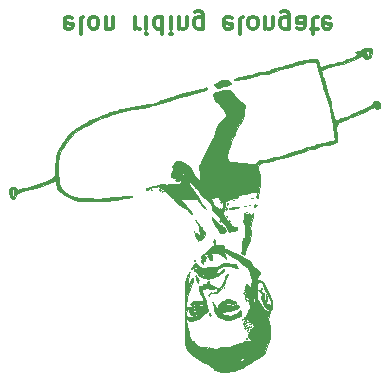
<source format=gbr>
%TF.GenerationSoftware,KiCad,Pcbnew,(5.1.10)-1*%
%TF.CreationDate,2021-08-08T16:35:40+05:30*%
%TF.ProjectId,Multislope IIA,4d756c74-6973-46c6-9f70-65204949412e,rev?*%
%TF.SameCoordinates,Original*%
%TF.FileFunction,Legend,Bot*%
%TF.FilePolarity,Positive*%
%FSLAX46Y46*%
G04 Gerber Fmt 4.6, Leading zero omitted, Abs format (unit mm)*
G04 Created by KiCad (PCBNEW (5.1.10)-1) date 2021-08-08 16:35:40*
%MOMM*%
%LPD*%
G01*
G04 APERTURE LIST*
%ADD10C,0.300000*%
%ADD11C,0.010000*%
G04 APERTURE END LIST*
D10*
X123607142Y-86892857D02*
X123464285Y-86821428D01*
X123178571Y-86821428D01*
X123035714Y-86892857D01*
X122964285Y-87035714D01*
X122964285Y-87607142D01*
X123035714Y-87750000D01*
X123178571Y-87821428D01*
X123464285Y-87821428D01*
X123607142Y-87750000D01*
X123678571Y-87607142D01*
X123678571Y-87464285D01*
X122964285Y-87321428D01*
X124535714Y-86821428D02*
X124392857Y-86892857D01*
X124321428Y-87035714D01*
X124321428Y-88321428D01*
X125321428Y-86821428D02*
X125178571Y-86892857D01*
X125107142Y-86964285D01*
X125035714Y-87107142D01*
X125035714Y-87535714D01*
X125107142Y-87678571D01*
X125178571Y-87750000D01*
X125321428Y-87821428D01*
X125535714Y-87821428D01*
X125678571Y-87750000D01*
X125750000Y-87678571D01*
X125821428Y-87535714D01*
X125821428Y-87107142D01*
X125750000Y-86964285D01*
X125678571Y-86892857D01*
X125535714Y-86821428D01*
X125321428Y-86821428D01*
X126464285Y-87821428D02*
X126464285Y-86821428D01*
X126464285Y-87678571D02*
X126535714Y-87750000D01*
X126678571Y-87821428D01*
X126892857Y-87821428D01*
X127035714Y-87750000D01*
X127107142Y-87607142D01*
X127107142Y-86821428D01*
X128964285Y-86821428D02*
X128964285Y-87821428D01*
X128964285Y-87535714D02*
X129035714Y-87678571D01*
X129107142Y-87750000D01*
X129250000Y-87821428D01*
X129392857Y-87821428D01*
X129892857Y-86821428D02*
X129892857Y-87821428D01*
X129892857Y-88321428D02*
X129821428Y-88250000D01*
X129892857Y-88178571D01*
X129964285Y-88250000D01*
X129892857Y-88321428D01*
X129892857Y-88178571D01*
X131250000Y-86821428D02*
X131250000Y-88321428D01*
X131250000Y-86892857D02*
X131107142Y-86821428D01*
X130821428Y-86821428D01*
X130678571Y-86892857D01*
X130607142Y-86964285D01*
X130535714Y-87107142D01*
X130535714Y-87535714D01*
X130607142Y-87678571D01*
X130678571Y-87750000D01*
X130821428Y-87821428D01*
X131107142Y-87821428D01*
X131250000Y-87750000D01*
X131964285Y-86821428D02*
X131964285Y-87821428D01*
X131964285Y-88321428D02*
X131892857Y-88250000D01*
X131964285Y-88178571D01*
X132035714Y-88250000D01*
X131964285Y-88321428D01*
X131964285Y-88178571D01*
X132678571Y-87821428D02*
X132678571Y-86821428D01*
X132678571Y-87678571D02*
X132750000Y-87750000D01*
X132892857Y-87821428D01*
X133107142Y-87821428D01*
X133250000Y-87750000D01*
X133321428Y-87607142D01*
X133321428Y-86821428D01*
X134678571Y-87821428D02*
X134678571Y-86607142D01*
X134607142Y-86464285D01*
X134535714Y-86392857D01*
X134392857Y-86321428D01*
X134178571Y-86321428D01*
X134035714Y-86392857D01*
X134678571Y-86892857D02*
X134535714Y-86821428D01*
X134250000Y-86821428D01*
X134107142Y-86892857D01*
X134035714Y-86964285D01*
X133964285Y-87107142D01*
X133964285Y-87535714D01*
X134035714Y-87678571D01*
X134107142Y-87750000D01*
X134250000Y-87821428D01*
X134535714Y-87821428D01*
X134678571Y-87750000D01*
X137107142Y-86892857D02*
X136964285Y-86821428D01*
X136678571Y-86821428D01*
X136535714Y-86892857D01*
X136464285Y-87035714D01*
X136464285Y-87607142D01*
X136535714Y-87750000D01*
X136678571Y-87821428D01*
X136964285Y-87821428D01*
X137107142Y-87750000D01*
X137178571Y-87607142D01*
X137178571Y-87464285D01*
X136464285Y-87321428D01*
X138035714Y-86821428D02*
X137892857Y-86892857D01*
X137821428Y-87035714D01*
X137821428Y-88321428D01*
X138821428Y-86821428D02*
X138678571Y-86892857D01*
X138607142Y-86964285D01*
X138535714Y-87107142D01*
X138535714Y-87535714D01*
X138607142Y-87678571D01*
X138678571Y-87750000D01*
X138821428Y-87821428D01*
X139035714Y-87821428D01*
X139178571Y-87750000D01*
X139250000Y-87678571D01*
X139321428Y-87535714D01*
X139321428Y-87107142D01*
X139250000Y-86964285D01*
X139178571Y-86892857D01*
X139035714Y-86821428D01*
X138821428Y-86821428D01*
X139964285Y-87821428D02*
X139964285Y-86821428D01*
X139964285Y-87678571D02*
X140035714Y-87750000D01*
X140178571Y-87821428D01*
X140392857Y-87821428D01*
X140535714Y-87750000D01*
X140607142Y-87607142D01*
X140607142Y-86821428D01*
X141964285Y-87821428D02*
X141964285Y-86607142D01*
X141892857Y-86464285D01*
X141821428Y-86392857D01*
X141678571Y-86321428D01*
X141464285Y-86321428D01*
X141321428Y-86392857D01*
X141964285Y-86892857D02*
X141821428Y-86821428D01*
X141535714Y-86821428D01*
X141392857Y-86892857D01*
X141321428Y-86964285D01*
X141250000Y-87107142D01*
X141250000Y-87535714D01*
X141321428Y-87678571D01*
X141392857Y-87750000D01*
X141535714Y-87821428D01*
X141821428Y-87821428D01*
X141964285Y-87750000D01*
X143321428Y-86821428D02*
X143321428Y-87607142D01*
X143250000Y-87750000D01*
X143107142Y-87821428D01*
X142821428Y-87821428D01*
X142678571Y-87750000D01*
X143321428Y-86892857D02*
X143178571Y-86821428D01*
X142821428Y-86821428D01*
X142678571Y-86892857D01*
X142607142Y-87035714D01*
X142607142Y-87178571D01*
X142678571Y-87321428D01*
X142821428Y-87392857D01*
X143178571Y-87392857D01*
X143321428Y-87464285D01*
X143821428Y-87821428D02*
X144392857Y-87821428D01*
X144035714Y-88321428D02*
X144035714Y-87035714D01*
X144107142Y-86892857D01*
X144250000Y-86821428D01*
X144392857Y-86821428D01*
X145464285Y-86892857D02*
X145321428Y-86821428D01*
X145035714Y-86821428D01*
X144892857Y-86892857D01*
X144821428Y-87035714D01*
X144821428Y-87607142D01*
X144892857Y-87750000D01*
X145035714Y-87821428D01*
X145321428Y-87821428D01*
X145464285Y-87750000D01*
X145535714Y-87607142D01*
X145535714Y-87464285D01*
X144821428Y-87321428D01*
D11*
%TO.C,G\u002A\u002A\u002A*%
G36*
X137022307Y-105003716D02*
G01*
X137343471Y-104940190D01*
X137529560Y-104846668D01*
X137588286Y-104722271D01*
X137540933Y-104643736D01*
X137458556Y-104652251D01*
X137335677Y-104623654D01*
X137158948Y-104499658D01*
X136954365Y-104306070D01*
X136747927Y-104068697D01*
X136565630Y-103813346D01*
X136498039Y-103698788D01*
X136401285Y-103504430D01*
X136376365Y-103384733D01*
X136416202Y-103292542D01*
X136433730Y-103270331D01*
X136501542Y-103095552D01*
X136526840Y-102790963D01*
X136526164Y-102686543D01*
X136532977Y-102397556D01*
X136568417Y-102248226D01*
X136632016Y-102239640D01*
X136688073Y-102309784D01*
X136696607Y-102359504D01*
X136656901Y-102342301D01*
X136602713Y-102340489D01*
X136613619Y-102394413D01*
X136662422Y-102449295D01*
X136754072Y-102404888D01*
X136819639Y-102349621D01*
X137027628Y-102235862D01*
X137268994Y-102187769D01*
X137486962Y-102175282D01*
X137600788Y-102154100D01*
X137651251Y-102107516D01*
X137678867Y-102019825D01*
X137729612Y-101944380D01*
X137854466Y-101884651D01*
X138080308Y-101830699D01*
X138286045Y-101795280D01*
X138588662Y-101746282D01*
X138861057Y-101700604D01*
X139050480Y-101667114D01*
X139068017Y-101663780D01*
X139203953Y-101645286D01*
X139252738Y-101686499D01*
X139239986Y-101823368D01*
X139228014Y-101888325D01*
X139210806Y-102078450D01*
X139248766Y-102152997D01*
X139254140Y-102153429D01*
X139329522Y-102139790D01*
X139332532Y-102135286D01*
X139345675Y-102060630D01*
X139378396Y-101878094D01*
X139424422Y-101622618D01*
X139439961Y-101536571D01*
X139514681Y-101013895D01*
X139539112Y-100565247D01*
X139513268Y-100211456D01*
X139438857Y-99976286D01*
X139361637Y-99767276D01*
X139332572Y-99563115D01*
X139390217Y-99330580D01*
X139566668Y-99178473D01*
X139858149Y-99109504D01*
X139970180Y-99105429D01*
X140230633Y-99080683D01*
X140473594Y-99019455D01*
X140516461Y-99002124D01*
X140694872Y-98939693D01*
X140965439Y-98865704D01*
X141277368Y-98793716D01*
X141362000Y-98776399D01*
X141694606Y-98700542D01*
X142016802Y-98610522D01*
X142268324Y-98523503D01*
X142305428Y-98507708D01*
X142571663Y-98408263D01*
X142844324Y-98335708D01*
X142922051Y-98322332D01*
X143175133Y-98260939D01*
X143408526Y-98162846D01*
X143430051Y-98150314D01*
X143660232Y-98056662D01*
X143909465Y-98017133D01*
X143911257Y-98017128D01*
X144109566Y-97990666D01*
X144248268Y-97926249D01*
X144258514Y-97915643D01*
X144386402Y-97834141D01*
X144575829Y-97780358D01*
X144916946Y-97721325D01*
X145262907Y-97645951D01*
X145578981Y-97563513D01*
X145830436Y-97483287D01*
X145982541Y-97414553D01*
X146001781Y-97399457D01*
X146052290Y-97323983D01*
X146070868Y-97207924D01*
X146058398Y-97016810D01*
X146018806Y-96735659D01*
X145976153Y-96390110D01*
X145976803Y-96177489D01*
X146005453Y-96102090D01*
X146069937Y-95970004D01*
X146079143Y-95897771D01*
X146115428Y-95788014D01*
X146158119Y-95767143D01*
X146260256Y-95738386D01*
X146451378Y-95663075D01*
X146684897Y-95559876D01*
X146943664Y-95444843D01*
X147174421Y-95350393D01*
X147313492Y-95301360D01*
X147489642Y-95238430D01*
X147761644Y-95121197D01*
X148139491Y-94945116D01*
X148633177Y-94705646D01*
X148744264Y-94650944D01*
X148999319Y-94533450D01*
X149160069Y-94484062D01*
X149256194Y-94495429D01*
X149284921Y-94517035D01*
X149432105Y-94594800D01*
X149589848Y-94590585D01*
X149674339Y-94528720D01*
X149694253Y-94409993D01*
X149679112Y-94223472D01*
X149675333Y-94202148D01*
X149628346Y-94033410D01*
X149539636Y-93965088D01*
X149376058Y-93952857D01*
X149185524Y-93977220D01*
X149083655Y-94068486D01*
X149059072Y-94122447D01*
X149018804Y-94195930D01*
X148971685Y-94243143D01*
X149344857Y-94243143D01*
X149369617Y-94172458D01*
X149376860Y-94170572D01*
X149438819Y-94221425D01*
X149453714Y-94243143D01*
X149447960Y-94310016D01*
X149421711Y-94315714D01*
X149347810Y-94263034D01*
X149344857Y-94243143D01*
X148971685Y-94243143D01*
X148943925Y-94270958D01*
X148816455Y-94357886D01*
X148618412Y-94467070D01*
X148331816Y-94608867D01*
X147938684Y-94793631D01*
X147712000Y-94898256D01*
X147317048Y-95078588D01*
X147034241Y-95204182D01*
X146844785Y-95282917D01*
X146729883Y-95322674D01*
X146678039Y-95331714D01*
X146569495Y-95360861D01*
X146402860Y-95431175D01*
X146398721Y-95433161D01*
X146139989Y-95550183D01*
X145977811Y-95591822D01*
X145881325Y-95552206D01*
X145819669Y-95425463D01*
X145789618Y-95317259D01*
X145725289Y-95088321D01*
X145661873Y-94898803D01*
X145646122Y-94860000D01*
X145600862Y-94705244D01*
X145556685Y-94471915D01*
X145537406Y-94330935D01*
X145500358Y-94078470D01*
X145455761Y-93863749D01*
X145432793Y-93786650D01*
X145382363Y-93637996D01*
X145307207Y-93400705D01*
X145223362Y-93125443D01*
X145221225Y-93118286D01*
X145122966Y-92792032D01*
X145005236Y-92405568D01*
X144891906Y-92037206D01*
X144881340Y-92003110D01*
X144799644Y-91731271D01*
X144741101Y-91519953D01*
X144714324Y-91401057D01*
X144714795Y-91386253D01*
X144786762Y-91348809D01*
X144933727Y-91270157D01*
X144954286Y-91259071D01*
X145115539Y-91192456D01*
X145377330Y-91106239D01*
X145698726Y-91013257D01*
X145934000Y-90951827D01*
X146518422Y-90795599D01*
X146995705Y-90641865D01*
X147402980Y-90477213D01*
X147777376Y-90288229D01*
X147789288Y-90281597D01*
X148140018Y-90085787D01*
X148243289Y-90241322D01*
X148398466Y-90361905D01*
X148605378Y-90396014D01*
X148800526Y-90340809D01*
X148880977Y-90269857D01*
X148939688Y-90122660D01*
X148975177Y-89899738D01*
X148979692Y-89798143D01*
X148974467Y-89611320D01*
X148936672Y-89503448D01*
X148837771Y-89460370D01*
X148649225Y-89467926D01*
X148388596Y-89504896D01*
X148209658Y-89564667D01*
X148107568Y-89639165D01*
X147974492Y-89717044D01*
X147816254Y-89743714D01*
X147638104Y-89770878D01*
X147565136Y-89835983D01*
X147612477Y-89914455D01*
X147650978Y-89933469D01*
X148455380Y-89933469D01*
X148480722Y-89803726D01*
X148589845Y-89678508D01*
X148690076Y-89685629D01*
X148754219Y-89813447D01*
X148764286Y-89925143D01*
X148755745Y-90110831D01*
X148713657Y-90167041D01*
X148613319Y-90109172D01*
X148551569Y-90057726D01*
X148455380Y-89933469D01*
X147650978Y-89933469D01*
X147688152Y-89951827D01*
X147767812Y-89990767D01*
X147765103Y-90034370D01*
X147663085Y-90100655D01*
X147449954Y-90205213D01*
X147225323Y-90306444D01*
X147050841Y-90375900D01*
X146974771Y-90396857D01*
X146871635Y-90426303D01*
X146692826Y-90500629D01*
X146604279Y-90542000D01*
X146378917Y-90631969D01*
X146175482Y-90682875D01*
X146123217Y-90687143D01*
X145970434Y-90710211D01*
X145902956Y-90751233D01*
X145814141Y-90795244D01*
X145628109Y-90839959D01*
X145471361Y-90864298D01*
X145223351Y-90910669D01*
X145019247Y-90975502D01*
X144944259Y-91015614D01*
X144771068Y-91110148D01*
X144641192Y-91083307D01*
X144536641Y-90925813D01*
X144482571Y-90777476D01*
X144373714Y-90433143D01*
X143865714Y-90440310D01*
X143399668Y-90483980D01*
X142848730Y-90605766D01*
X142595714Y-90678429D01*
X142190260Y-90800443D01*
X141747439Y-90932319D01*
X141338737Y-91052813D01*
X141180571Y-91098948D01*
X140862655Y-91194660D01*
X140572033Y-91288201D01*
X140355389Y-91364320D01*
X140298747Y-91386972D01*
X140089917Y-91444727D01*
X139817927Y-91480149D01*
X139679894Y-91485429D01*
X139423191Y-91504533D01*
X139213642Y-91553731D01*
X139143549Y-91587813D01*
X138990246Y-91659953D01*
X138757101Y-91733044D01*
X138601258Y-91769321D01*
X138178781Y-91854318D01*
X137875247Y-91917383D01*
X137667095Y-91964142D01*
X137530766Y-92000216D01*
X137442699Y-92031230D01*
X137384921Y-92059636D01*
X137310090Y-92127804D01*
X137356088Y-92169521D01*
X137500394Y-92181055D01*
X137720482Y-92158675D01*
X137842978Y-92135533D01*
X138140082Y-92074460D01*
X138471853Y-92010082D01*
X138604286Y-91985592D01*
X138867899Y-91925152D01*
X139101645Y-91850278D01*
X139196054Y-91808271D01*
X139382954Y-91746210D01*
X139637749Y-91708464D01*
X139765658Y-91703143D01*
X140035931Y-91683559D01*
X140285727Y-91634010D01*
X140371318Y-91604563D01*
X140586566Y-91522348D01*
X140905187Y-91413670D01*
X141290404Y-91289811D01*
X141705440Y-91162050D01*
X142113520Y-91041670D01*
X142477866Y-90939950D01*
X142761702Y-90868173D01*
X142799701Y-90859673D01*
X143061783Y-90796151D01*
X143281219Y-90731444D01*
X143393644Y-90687333D01*
X143545041Y-90644220D01*
X143773309Y-90618127D01*
X143891463Y-90614572D01*
X144107464Y-90620314D01*
X144221013Y-90653927D01*
X144274765Y-90739983D01*
X144300831Y-90850429D01*
X144344076Y-91018287D01*
X144422568Y-91281737D01*
X144523654Y-91599363D01*
X144596883Y-91819386D01*
X144700010Y-92135929D01*
X144782333Y-92412134D01*
X144833720Y-92612563D01*
X144845876Y-92690243D01*
X144879116Y-92853018D01*
X144952019Y-93030637D01*
X145038941Y-93246807D01*
X145104247Y-93491877D01*
X145106184Y-93502351D01*
X145171657Y-93749999D01*
X145270608Y-94013987D01*
X145290326Y-94057203D01*
X145377826Y-94293352D01*
X145424665Y-94520556D01*
X145427073Y-94565203D01*
X145444371Y-94758586D01*
X145487865Y-95024091D01*
X145529716Y-95222857D01*
X145598687Y-95545826D01*
X145666063Y-95908903D01*
X145727560Y-96282296D01*
X145778898Y-96636214D01*
X145815792Y-96940862D01*
X145833963Y-97166449D01*
X145829127Y-97283181D01*
X145826636Y-97288726D01*
X145729034Y-97339463D01*
X145552547Y-97363429D01*
X145530574Y-97363714D01*
X145364361Y-97379683D01*
X145282609Y-97418861D01*
X145280857Y-97426264D01*
X145214701Y-97464384D01*
X145041103Y-97504612D01*
X144797368Y-97538346D01*
X144792609Y-97538836D01*
X144526514Y-97578148D01*
X144309292Y-97631890D01*
X144193895Y-97684775D01*
X144057968Y-97749644D01*
X143842240Y-97802619D01*
X143735769Y-97817620D01*
X143501533Y-97861633D01*
X143314187Y-97929835D01*
X143264055Y-97962216D01*
X143117502Y-98037416D01*
X142896948Y-98098260D01*
X142808013Y-98112808D01*
X142525427Y-98174694D01*
X142244684Y-98273743D01*
X142191156Y-98298808D01*
X141803165Y-98467012D01*
X141407289Y-98593179D01*
X141056065Y-98661911D01*
X140924793Y-98670000D01*
X140670759Y-98703247D01*
X140431521Y-98783278D01*
X140429903Y-98784082D01*
X140225516Y-98856622D01*
X139952408Y-98917586D01*
X139784825Y-98941140D01*
X139508759Y-98985723D01*
X139333117Y-99060460D01*
X139235091Y-99153629D01*
X139080441Y-99280501D01*
X138857010Y-99322668D01*
X138821016Y-99323143D01*
X138629549Y-99305968D01*
X138507787Y-99263406D01*
X138495428Y-99250572D01*
X138407301Y-99218216D01*
X138209726Y-99193290D01*
X137938352Y-99179542D01*
X137805132Y-99178000D01*
X137345233Y-99160800D01*
X137016625Y-99101666D01*
X136808722Y-98989298D01*
X136710941Y-98812395D01*
X136712699Y-98559656D01*
X136803411Y-98219781D01*
X136831859Y-98138798D01*
X136953695Y-97800345D01*
X137083295Y-97437768D01*
X137180056Y-97165038D01*
X137275454Y-96918060D01*
X137366483Y-96721177D01*
X137427733Y-96624381D01*
X137506348Y-96479627D01*
X137515714Y-96416660D01*
X137556279Y-96290144D01*
X137659228Y-96105000D01*
X137725780Y-96006933D01*
X137955928Y-95663522D01*
X138099440Y-95373328D01*
X138174337Y-95089005D01*
X138198622Y-94764708D01*
X138205143Y-94306559D01*
X137798386Y-93930137D01*
X137566122Y-93702654D01*
X137349324Y-93469162D01*
X137195979Y-93281572D01*
X137068740Y-93120921D01*
X136950003Y-93040262D01*
X136781855Y-93012290D01*
X136618749Y-93009429D01*
X136349107Y-93031113D01*
X136144062Y-93088293D01*
X136096299Y-93115978D01*
X135914712Y-93199009D01*
X135755857Y-93224835D01*
X135615408Y-93246205D01*
X135562597Y-93336122D01*
X135556286Y-93451803D01*
X135589441Y-93626286D01*
X135774000Y-93626286D01*
X135810286Y-93590000D01*
X135846571Y-93626286D01*
X135829405Y-93643453D01*
X136013002Y-93643453D01*
X136028000Y-93590000D01*
X136131567Y-93526855D01*
X136195569Y-93518540D01*
X136276785Y-93530284D01*
X136224032Y-93580454D01*
X136209429Y-93590000D01*
X136076465Y-93654108D01*
X136013002Y-93643453D01*
X135829405Y-93643453D01*
X135810286Y-93662572D01*
X135774000Y-93626286D01*
X135589441Y-93626286D01*
X135607326Y-93720401D01*
X135738921Y-93969037D01*
X135918780Y-94139866D01*
X135949280Y-94155836D01*
X136059350Y-94251712D01*
X136207858Y-94436692D01*
X136367371Y-94670544D01*
X136510454Y-94913038D01*
X136609674Y-95123944D01*
X136609956Y-95124698D01*
X136595680Y-95266530D01*
X136534072Y-95342412D01*
X136298187Y-95573184D01*
X136072770Y-95860354D01*
X135882032Y-96165260D01*
X135750182Y-96449236D01*
X135701429Y-96672141D01*
X135670559Y-96768308D01*
X135585938Y-96967746D01*
X135459550Y-97245900D01*
X135303377Y-97578214D01*
X135129402Y-97940131D01*
X134949608Y-98307095D01*
X134775978Y-98654551D01*
X134620495Y-98957942D01*
X134495142Y-99192713D01*
X134411902Y-99334306D01*
X134387886Y-99363913D01*
X134337347Y-99464783D01*
X134324786Y-99632152D01*
X134349146Y-99792723D01*
X134395143Y-99867429D01*
X134443186Y-99961492D01*
X134466402Y-100134561D01*
X134466001Y-100335792D01*
X134443195Y-100514342D01*
X134399193Y-100619369D01*
X134377000Y-100629427D01*
X134275149Y-100572667D01*
X134128800Y-100425737D01*
X133966899Y-100223655D01*
X133818392Y-100001440D01*
X133742000Y-99861224D01*
X133550001Y-99577525D01*
X133281255Y-99324691D01*
X132980545Y-99137628D01*
X132704409Y-99052447D01*
X132469302Y-99046859D01*
X132328581Y-99102249D01*
X132296974Y-99134000D01*
X132240136Y-99226021D01*
X132250583Y-99250572D01*
X132246884Y-99292539D01*
X132181649Y-99369861D01*
X132096448Y-99549302D01*
X132107019Y-99667089D01*
X132108111Y-99849758D01*
X132100231Y-99867429D01*
X132363143Y-99867429D01*
X132399428Y-99831143D01*
X132435714Y-99867429D01*
X132399428Y-99903714D01*
X132363143Y-99867429D01*
X132100231Y-99867429D01*
X132062071Y-99952996D01*
X132000935Y-100075973D01*
X132925444Y-100075973D01*
X133050551Y-100014038D01*
X133256919Y-99997823D01*
X133376914Y-100005321D01*
X133376275Y-100024160D01*
X133360111Y-100028693D01*
X133274717Y-100091236D01*
X133283328Y-100145064D01*
X133280773Y-100176353D01*
X133212504Y-100131398D01*
X133111406Y-100071762D01*
X133055123Y-100126923D01*
X133043331Y-100155626D01*
X132992102Y-100233772D01*
X132937446Y-100183857D01*
X132925444Y-100075973D01*
X132000935Y-100075973D01*
X131980234Y-100117613D01*
X131970333Y-100226762D01*
X132611031Y-100226762D01*
X132617657Y-100193169D01*
X132695276Y-100133010D01*
X132778458Y-100122914D01*
X132798571Y-100149950D01*
X132741646Y-100196559D01*
X132685945Y-100221690D01*
X132611031Y-100226762D01*
X131970333Y-100226762D01*
X131964109Y-100295362D01*
X132018308Y-100421131D01*
X132028380Y-100428746D01*
X132162552Y-100472562D01*
X132272428Y-100483175D01*
X132405399Y-100516794D01*
X132429057Y-100589041D01*
X132345000Y-100653937D01*
X132345773Y-100678944D01*
X132462009Y-100694736D01*
X132503608Y-100696271D01*
X132794838Y-100634064D01*
X132939037Y-100538714D01*
X133125143Y-100375429D01*
X132961857Y-100561535D01*
X132849100Y-100724104D01*
X132798750Y-100864026D01*
X132798571Y-100869963D01*
X132779137Y-100931462D01*
X132702271Y-100968455D01*
X132540132Y-100986766D01*
X132264877Y-100992217D01*
X132213717Y-100992286D01*
X131904586Y-101000602D01*
X131721277Y-101024722D01*
X131672948Y-101063407D01*
X131674055Y-101065408D01*
X131654149Y-101093871D01*
X131534725Y-101054455D01*
X131533236Y-101053778D01*
X131384715Y-101011899D01*
X131184574Y-101010706D01*
X130892035Y-101050552D01*
X130839420Y-101059776D01*
X130582957Y-101113342D01*
X130387291Y-101168649D01*
X130292493Y-101214247D01*
X130290810Y-101216549D01*
X130195897Y-101264046D01*
X130036574Y-101282571D01*
X129866887Y-101315571D01*
X129823143Y-101391429D01*
X129881569Y-101486621D01*
X129936283Y-101500286D01*
X130013912Y-101468664D01*
X130009489Y-101435672D01*
X130046080Y-101383960D01*
X130186418Y-101334877D01*
X130241064Y-101323867D01*
X130478959Y-101271267D01*
X130689135Y-101207406D01*
X130700938Y-101202889D01*
X130857489Y-101169839D01*
X131021699Y-101214278D01*
X131154402Y-101285513D01*
X131306375Y-101397107D01*
X131375198Y-101492859D01*
X131372108Y-101518603D01*
X131367854Y-101563663D01*
X131393388Y-101552842D01*
X131466606Y-101586005D01*
X131619098Y-101706586D01*
X131830241Y-101896708D01*
X132079412Y-102138494D01*
X132143235Y-102202889D01*
X132505472Y-102553827D01*
X132818003Y-102821605D01*
X133064638Y-102992766D01*
X133138063Y-103029824D01*
X133323396Y-103125861D01*
X133435978Y-103216198D01*
X133451714Y-103249563D01*
X133505829Y-103355067D01*
X133625647Y-103467669D01*
X133747379Y-103528907D01*
X133757687Y-103529978D01*
X133763712Y-103483491D01*
X133695366Y-103359826D01*
X133575633Y-103189452D01*
X133427502Y-103002839D01*
X133273956Y-102830454D01*
X133137983Y-102702769D01*
X133127443Y-102694549D01*
X132965202Y-102544407D01*
X132861161Y-102399459D01*
X132849411Y-102368448D01*
X132841380Y-102303333D01*
X132875128Y-102261805D01*
X132975702Y-102238590D01*
X133168148Y-102228418D01*
X133477514Y-102226016D01*
X133526189Y-102226000D01*
X133859876Y-102229260D01*
X134075887Y-102242104D01*
X134201601Y-102269124D01*
X134264399Y-102314914D01*
X134283164Y-102353000D01*
X134353196Y-102473879D01*
X134489860Y-102655026D01*
X134618916Y-102806571D01*
X134911723Y-103133143D01*
X134625806Y-102697714D01*
X134475076Y-102456208D01*
X134354499Y-102241228D01*
X134290123Y-102099225D01*
X134290054Y-102099000D01*
X134229652Y-101972447D01*
X134181342Y-101935714D01*
X134115223Y-101876057D01*
X134038254Y-101732404D01*
X134037496Y-101730579D01*
X133931018Y-101552872D01*
X133765937Y-101353253D01*
X133702120Y-101289255D01*
X133557321Y-101122333D01*
X133469641Y-100963421D01*
X133447497Y-100842687D01*
X133499302Y-100790295D01*
X133566507Y-100803093D01*
X133684733Y-100841603D01*
X133715933Y-100847143D01*
X133720178Y-100893512D01*
X133708943Y-100914489D01*
X133732868Y-100985713D01*
X133813518Y-101028237D01*
X133931755Y-101108768D01*
X133959714Y-101178605D01*
X134011743Y-101271806D01*
X134052924Y-101282571D01*
X134147405Y-101339850D01*
X134262114Y-101481320D01*
X134285147Y-101518429D01*
X134416145Y-101718550D01*
X134546425Y-101885793D01*
X134554794Y-101894970D01*
X134652903Y-102020737D01*
X134685429Y-102094541D01*
X134744401Y-102146839D01*
X134794286Y-102153429D01*
X134891115Y-102182953D01*
X134903351Y-102207857D01*
X134943022Y-102260715D01*
X135352582Y-102260715D01*
X135376799Y-102178220D01*
X135527701Y-102134451D01*
X135538143Y-102132837D01*
X135793155Y-102100472D01*
X135940181Y-102103933D01*
X136013123Y-102148490D01*
X136030439Y-102189714D01*
X136282000Y-102189714D01*
X136318286Y-102153429D01*
X136354571Y-102189714D01*
X136318286Y-102226000D01*
X136282000Y-102189714D01*
X136030439Y-102189714D01*
X136039261Y-102210715D01*
X136128620Y-102342077D01*
X136229451Y-102410286D01*
X136351162Y-102534073D01*
X136413261Y-102730819D01*
X136407232Y-102937629D01*
X136324559Y-103091612D01*
X136322007Y-103093769D01*
X136231148Y-103146704D01*
X136209429Y-103101460D01*
X136164873Y-103051332D01*
X136132284Y-103063398D01*
X136022843Y-103059935D01*
X135932713Y-103006140D01*
X135772737Y-102897958D01*
X135683286Y-102856166D01*
X135574370Y-102756746D01*
X135553978Y-102681849D01*
X135509702Y-102522665D01*
X135445120Y-102411701D01*
X135352582Y-102260715D01*
X134943022Y-102260715D01*
X134957925Y-102280571D01*
X135091533Y-102387848D01*
X135116578Y-102405004D01*
X135322151Y-102594569D01*
X135441063Y-102811781D01*
X135450495Y-103014403D01*
X135448816Y-103019913D01*
X135476798Y-103159041D01*
X135612803Y-103350857D01*
X135774000Y-103350857D01*
X135810286Y-103314571D01*
X135846571Y-103350857D01*
X135810286Y-103387143D01*
X135774000Y-103350857D01*
X135612803Y-103350857D01*
X135621629Y-103363304D01*
X135697666Y-103447002D01*
X135887119Y-103635666D01*
X136009302Y-103735327D01*
X136053980Y-103739279D01*
X136021636Y-103659286D01*
X136004879Y-103607683D01*
X136049298Y-103641143D01*
X136118219Y-103761116D01*
X136166665Y-103931429D01*
X136248714Y-104136759D01*
X136366342Y-104280894D01*
X136569656Y-104476271D01*
X136720065Y-104676081D01*
X136797196Y-104847611D01*
X136785125Y-104953303D01*
X136768074Y-105006235D01*
X136853996Y-105019733D01*
X137022307Y-105003716D01*
G37*
X137022307Y-105003716D02*
X137343471Y-104940190D01*
X137529560Y-104846668D01*
X137588286Y-104722271D01*
X137540933Y-104643736D01*
X137458556Y-104652251D01*
X137335677Y-104623654D01*
X137158948Y-104499658D01*
X136954365Y-104306070D01*
X136747927Y-104068697D01*
X136565630Y-103813346D01*
X136498039Y-103698788D01*
X136401285Y-103504430D01*
X136376365Y-103384733D01*
X136416202Y-103292542D01*
X136433730Y-103270331D01*
X136501542Y-103095552D01*
X136526840Y-102790963D01*
X136526164Y-102686543D01*
X136532977Y-102397556D01*
X136568417Y-102248226D01*
X136632016Y-102239640D01*
X136688073Y-102309784D01*
X136696607Y-102359504D01*
X136656901Y-102342301D01*
X136602713Y-102340489D01*
X136613619Y-102394413D01*
X136662422Y-102449295D01*
X136754072Y-102404888D01*
X136819639Y-102349621D01*
X137027628Y-102235862D01*
X137268994Y-102187769D01*
X137486962Y-102175282D01*
X137600788Y-102154100D01*
X137651251Y-102107516D01*
X137678867Y-102019825D01*
X137729612Y-101944380D01*
X137854466Y-101884651D01*
X138080308Y-101830699D01*
X138286045Y-101795280D01*
X138588662Y-101746282D01*
X138861057Y-101700604D01*
X139050480Y-101667114D01*
X139068017Y-101663780D01*
X139203953Y-101645286D01*
X139252738Y-101686499D01*
X139239986Y-101823368D01*
X139228014Y-101888325D01*
X139210806Y-102078450D01*
X139248766Y-102152997D01*
X139254140Y-102153429D01*
X139329522Y-102139790D01*
X139332532Y-102135286D01*
X139345675Y-102060630D01*
X139378396Y-101878094D01*
X139424422Y-101622618D01*
X139439961Y-101536571D01*
X139514681Y-101013895D01*
X139539112Y-100565247D01*
X139513268Y-100211456D01*
X139438857Y-99976286D01*
X139361637Y-99767276D01*
X139332572Y-99563115D01*
X139390217Y-99330580D01*
X139566668Y-99178473D01*
X139858149Y-99109504D01*
X139970180Y-99105429D01*
X140230633Y-99080683D01*
X140473594Y-99019455D01*
X140516461Y-99002124D01*
X140694872Y-98939693D01*
X140965439Y-98865704D01*
X141277368Y-98793716D01*
X141362000Y-98776399D01*
X141694606Y-98700542D01*
X142016802Y-98610522D01*
X142268324Y-98523503D01*
X142305428Y-98507708D01*
X142571663Y-98408263D01*
X142844324Y-98335708D01*
X142922051Y-98322332D01*
X143175133Y-98260939D01*
X143408526Y-98162846D01*
X143430051Y-98150314D01*
X143660232Y-98056662D01*
X143909465Y-98017133D01*
X143911257Y-98017128D01*
X144109566Y-97990666D01*
X144248268Y-97926249D01*
X144258514Y-97915643D01*
X144386402Y-97834141D01*
X144575829Y-97780358D01*
X144916946Y-97721325D01*
X145262907Y-97645951D01*
X145578981Y-97563513D01*
X145830436Y-97483287D01*
X145982541Y-97414553D01*
X146001781Y-97399457D01*
X146052290Y-97323983D01*
X146070868Y-97207924D01*
X146058398Y-97016810D01*
X146018806Y-96735659D01*
X145976153Y-96390110D01*
X145976803Y-96177489D01*
X146005453Y-96102090D01*
X146069937Y-95970004D01*
X146079143Y-95897771D01*
X146115428Y-95788014D01*
X146158119Y-95767143D01*
X146260256Y-95738386D01*
X146451378Y-95663075D01*
X146684897Y-95559876D01*
X146943664Y-95444843D01*
X147174421Y-95350393D01*
X147313492Y-95301360D01*
X147489642Y-95238430D01*
X147761644Y-95121197D01*
X148139491Y-94945116D01*
X148633177Y-94705646D01*
X148744264Y-94650944D01*
X148999319Y-94533450D01*
X149160069Y-94484062D01*
X149256194Y-94495429D01*
X149284921Y-94517035D01*
X149432105Y-94594800D01*
X149589848Y-94590585D01*
X149674339Y-94528720D01*
X149694253Y-94409993D01*
X149679112Y-94223472D01*
X149675333Y-94202148D01*
X149628346Y-94033410D01*
X149539636Y-93965088D01*
X149376058Y-93952857D01*
X149185524Y-93977220D01*
X149083655Y-94068486D01*
X149059072Y-94122447D01*
X149018804Y-94195930D01*
X148971685Y-94243143D01*
X149344857Y-94243143D01*
X149369617Y-94172458D01*
X149376860Y-94170572D01*
X149438819Y-94221425D01*
X149453714Y-94243143D01*
X149447960Y-94310016D01*
X149421711Y-94315714D01*
X149347810Y-94263034D01*
X149344857Y-94243143D01*
X148971685Y-94243143D01*
X148943925Y-94270958D01*
X148816455Y-94357886D01*
X148618412Y-94467070D01*
X148331816Y-94608867D01*
X147938684Y-94793631D01*
X147712000Y-94898256D01*
X147317048Y-95078588D01*
X147034241Y-95204182D01*
X146844785Y-95282917D01*
X146729883Y-95322674D01*
X146678039Y-95331714D01*
X146569495Y-95360861D01*
X146402860Y-95431175D01*
X146398721Y-95433161D01*
X146139989Y-95550183D01*
X145977811Y-95591822D01*
X145881325Y-95552206D01*
X145819669Y-95425463D01*
X145789618Y-95317259D01*
X145725289Y-95088321D01*
X145661873Y-94898803D01*
X145646122Y-94860000D01*
X145600862Y-94705244D01*
X145556685Y-94471915D01*
X145537406Y-94330935D01*
X145500358Y-94078470D01*
X145455761Y-93863749D01*
X145432793Y-93786650D01*
X145382363Y-93637996D01*
X145307207Y-93400705D01*
X145223362Y-93125443D01*
X145221225Y-93118286D01*
X145122966Y-92792032D01*
X145005236Y-92405568D01*
X144891906Y-92037206D01*
X144881340Y-92003110D01*
X144799644Y-91731271D01*
X144741101Y-91519953D01*
X144714324Y-91401057D01*
X144714795Y-91386253D01*
X144786762Y-91348809D01*
X144933727Y-91270157D01*
X144954286Y-91259071D01*
X145115539Y-91192456D01*
X145377330Y-91106239D01*
X145698726Y-91013257D01*
X145934000Y-90951827D01*
X146518422Y-90795599D01*
X146995705Y-90641865D01*
X147402980Y-90477213D01*
X147777376Y-90288229D01*
X147789288Y-90281597D01*
X148140018Y-90085787D01*
X148243289Y-90241322D01*
X148398466Y-90361905D01*
X148605378Y-90396014D01*
X148800526Y-90340809D01*
X148880977Y-90269857D01*
X148939688Y-90122660D01*
X148975177Y-89899738D01*
X148979692Y-89798143D01*
X148974467Y-89611320D01*
X148936672Y-89503448D01*
X148837771Y-89460370D01*
X148649225Y-89467926D01*
X148388596Y-89504896D01*
X148209658Y-89564667D01*
X148107568Y-89639165D01*
X147974492Y-89717044D01*
X147816254Y-89743714D01*
X147638104Y-89770878D01*
X147565136Y-89835983D01*
X147612477Y-89914455D01*
X147650978Y-89933469D01*
X148455380Y-89933469D01*
X148480722Y-89803726D01*
X148589845Y-89678508D01*
X148690076Y-89685629D01*
X148754219Y-89813447D01*
X148764286Y-89925143D01*
X148755745Y-90110831D01*
X148713657Y-90167041D01*
X148613319Y-90109172D01*
X148551569Y-90057726D01*
X148455380Y-89933469D01*
X147650978Y-89933469D01*
X147688152Y-89951827D01*
X147767812Y-89990767D01*
X147765103Y-90034370D01*
X147663085Y-90100655D01*
X147449954Y-90205213D01*
X147225323Y-90306444D01*
X147050841Y-90375900D01*
X146974771Y-90396857D01*
X146871635Y-90426303D01*
X146692826Y-90500629D01*
X146604279Y-90542000D01*
X146378917Y-90631969D01*
X146175482Y-90682875D01*
X146123217Y-90687143D01*
X145970434Y-90710211D01*
X145902956Y-90751233D01*
X145814141Y-90795244D01*
X145628109Y-90839959D01*
X145471361Y-90864298D01*
X145223351Y-90910669D01*
X145019247Y-90975502D01*
X144944259Y-91015614D01*
X144771068Y-91110148D01*
X144641192Y-91083307D01*
X144536641Y-90925813D01*
X144482571Y-90777476D01*
X144373714Y-90433143D01*
X143865714Y-90440310D01*
X143399668Y-90483980D01*
X142848730Y-90605766D01*
X142595714Y-90678429D01*
X142190260Y-90800443D01*
X141747439Y-90932319D01*
X141338737Y-91052813D01*
X141180571Y-91098948D01*
X140862655Y-91194660D01*
X140572033Y-91288201D01*
X140355389Y-91364320D01*
X140298747Y-91386972D01*
X140089917Y-91444727D01*
X139817927Y-91480149D01*
X139679894Y-91485429D01*
X139423191Y-91504533D01*
X139213642Y-91553731D01*
X139143549Y-91587813D01*
X138990246Y-91659953D01*
X138757101Y-91733044D01*
X138601258Y-91769321D01*
X138178781Y-91854318D01*
X137875247Y-91917383D01*
X137667095Y-91964142D01*
X137530766Y-92000216D01*
X137442699Y-92031230D01*
X137384921Y-92059636D01*
X137310090Y-92127804D01*
X137356088Y-92169521D01*
X137500394Y-92181055D01*
X137720482Y-92158675D01*
X137842978Y-92135533D01*
X138140082Y-92074460D01*
X138471853Y-92010082D01*
X138604286Y-91985592D01*
X138867899Y-91925152D01*
X139101645Y-91850278D01*
X139196054Y-91808271D01*
X139382954Y-91746210D01*
X139637749Y-91708464D01*
X139765658Y-91703143D01*
X140035931Y-91683559D01*
X140285727Y-91634010D01*
X140371318Y-91604563D01*
X140586566Y-91522348D01*
X140905187Y-91413670D01*
X141290404Y-91289811D01*
X141705440Y-91162050D01*
X142113520Y-91041670D01*
X142477866Y-90939950D01*
X142761702Y-90868173D01*
X142799701Y-90859673D01*
X143061783Y-90796151D01*
X143281219Y-90731444D01*
X143393644Y-90687333D01*
X143545041Y-90644220D01*
X143773309Y-90618127D01*
X143891463Y-90614572D01*
X144107464Y-90620314D01*
X144221013Y-90653927D01*
X144274765Y-90739983D01*
X144300831Y-90850429D01*
X144344076Y-91018287D01*
X144422568Y-91281737D01*
X144523654Y-91599363D01*
X144596883Y-91819386D01*
X144700010Y-92135929D01*
X144782333Y-92412134D01*
X144833720Y-92612563D01*
X144845876Y-92690243D01*
X144879116Y-92853018D01*
X144952019Y-93030637D01*
X145038941Y-93246807D01*
X145104247Y-93491877D01*
X145106184Y-93502351D01*
X145171657Y-93749999D01*
X145270608Y-94013987D01*
X145290326Y-94057203D01*
X145377826Y-94293352D01*
X145424665Y-94520556D01*
X145427073Y-94565203D01*
X145444371Y-94758586D01*
X145487865Y-95024091D01*
X145529716Y-95222857D01*
X145598687Y-95545826D01*
X145666063Y-95908903D01*
X145727560Y-96282296D01*
X145778898Y-96636214D01*
X145815792Y-96940862D01*
X145833963Y-97166449D01*
X145829127Y-97283181D01*
X145826636Y-97288726D01*
X145729034Y-97339463D01*
X145552547Y-97363429D01*
X145530574Y-97363714D01*
X145364361Y-97379683D01*
X145282609Y-97418861D01*
X145280857Y-97426264D01*
X145214701Y-97464384D01*
X145041103Y-97504612D01*
X144797368Y-97538346D01*
X144792609Y-97538836D01*
X144526514Y-97578148D01*
X144309292Y-97631890D01*
X144193895Y-97684775D01*
X144057968Y-97749644D01*
X143842240Y-97802619D01*
X143735769Y-97817620D01*
X143501533Y-97861633D01*
X143314187Y-97929835D01*
X143264055Y-97962216D01*
X143117502Y-98037416D01*
X142896948Y-98098260D01*
X142808013Y-98112808D01*
X142525427Y-98174694D01*
X142244684Y-98273743D01*
X142191156Y-98298808D01*
X141803165Y-98467012D01*
X141407289Y-98593179D01*
X141056065Y-98661911D01*
X140924793Y-98670000D01*
X140670759Y-98703247D01*
X140431521Y-98783278D01*
X140429903Y-98784082D01*
X140225516Y-98856622D01*
X139952408Y-98917586D01*
X139784825Y-98941140D01*
X139508759Y-98985723D01*
X139333117Y-99060460D01*
X139235091Y-99153629D01*
X139080441Y-99280501D01*
X138857010Y-99322668D01*
X138821016Y-99323143D01*
X138629549Y-99305968D01*
X138507787Y-99263406D01*
X138495428Y-99250572D01*
X138407301Y-99218216D01*
X138209726Y-99193290D01*
X137938352Y-99179542D01*
X137805132Y-99178000D01*
X137345233Y-99160800D01*
X137016625Y-99101666D01*
X136808722Y-98989298D01*
X136710941Y-98812395D01*
X136712699Y-98559656D01*
X136803411Y-98219781D01*
X136831859Y-98138798D01*
X136953695Y-97800345D01*
X137083295Y-97437768D01*
X137180056Y-97165038D01*
X137275454Y-96918060D01*
X137366483Y-96721177D01*
X137427733Y-96624381D01*
X137506348Y-96479627D01*
X137515714Y-96416660D01*
X137556279Y-96290144D01*
X137659228Y-96105000D01*
X137725780Y-96006933D01*
X137955928Y-95663522D01*
X138099440Y-95373328D01*
X138174337Y-95089005D01*
X138198622Y-94764708D01*
X138205143Y-94306559D01*
X137798386Y-93930137D01*
X137566122Y-93702654D01*
X137349324Y-93469162D01*
X137195979Y-93281572D01*
X137068740Y-93120921D01*
X136950003Y-93040262D01*
X136781855Y-93012290D01*
X136618749Y-93009429D01*
X136349107Y-93031113D01*
X136144062Y-93088293D01*
X136096299Y-93115978D01*
X135914712Y-93199009D01*
X135755857Y-93224835D01*
X135615408Y-93246205D01*
X135562597Y-93336122D01*
X135556286Y-93451803D01*
X135589441Y-93626286D01*
X135774000Y-93626286D01*
X135810286Y-93590000D01*
X135846571Y-93626286D01*
X135829405Y-93643453D01*
X136013002Y-93643453D01*
X136028000Y-93590000D01*
X136131567Y-93526855D01*
X136195569Y-93518540D01*
X136276785Y-93530284D01*
X136224032Y-93580454D01*
X136209429Y-93590000D01*
X136076465Y-93654108D01*
X136013002Y-93643453D01*
X135829405Y-93643453D01*
X135810286Y-93662572D01*
X135774000Y-93626286D01*
X135589441Y-93626286D01*
X135607326Y-93720401D01*
X135738921Y-93969037D01*
X135918780Y-94139866D01*
X135949280Y-94155836D01*
X136059350Y-94251712D01*
X136207858Y-94436692D01*
X136367371Y-94670544D01*
X136510454Y-94913038D01*
X136609674Y-95123944D01*
X136609956Y-95124698D01*
X136595680Y-95266530D01*
X136534072Y-95342412D01*
X136298187Y-95573184D01*
X136072770Y-95860354D01*
X135882032Y-96165260D01*
X135750182Y-96449236D01*
X135701429Y-96672141D01*
X135670559Y-96768308D01*
X135585938Y-96967746D01*
X135459550Y-97245900D01*
X135303377Y-97578214D01*
X135129402Y-97940131D01*
X134949608Y-98307095D01*
X134775978Y-98654551D01*
X134620495Y-98957942D01*
X134495142Y-99192713D01*
X134411902Y-99334306D01*
X134387886Y-99363913D01*
X134337347Y-99464783D01*
X134324786Y-99632152D01*
X134349146Y-99792723D01*
X134395143Y-99867429D01*
X134443186Y-99961492D01*
X134466402Y-100134561D01*
X134466001Y-100335792D01*
X134443195Y-100514342D01*
X134399193Y-100619369D01*
X134377000Y-100629427D01*
X134275149Y-100572667D01*
X134128800Y-100425737D01*
X133966899Y-100223655D01*
X133818392Y-100001440D01*
X133742000Y-99861224D01*
X133550001Y-99577525D01*
X133281255Y-99324691D01*
X132980545Y-99137628D01*
X132704409Y-99052447D01*
X132469302Y-99046859D01*
X132328581Y-99102249D01*
X132296974Y-99134000D01*
X132240136Y-99226021D01*
X132250583Y-99250572D01*
X132246884Y-99292539D01*
X132181649Y-99369861D01*
X132096448Y-99549302D01*
X132107019Y-99667089D01*
X132108111Y-99849758D01*
X132100231Y-99867429D01*
X132363143Y-99867429D01*
X132399428Y-99831143D01*
X132435714Y-99867429D01*
X132399428Y-99903714D01*
X132363143Y-99867429D01*
X132100231Y-99867429D01*
X132062071Y-99952996D01*
X132000935Y-100075973D01*
X132925444Y-100075973D01*
X133050551Y-100014038D01*
X133256919Y-99997823D01*
X133376914Y-100005321D01*
X133376275Y-100024160D01*
X133360111Y-100028693D01*
X133274717Y-100091236D01*
X133283328Y-100145064D01*
X133280773Y-100176353D01*
X133212504Y-100131398D01*
X133111406Y-100071762D01*
X133055123Y-100126923D01*
X133043331Y-100155626D01*
X132992102Y-100233772D01*
X132937446Y-100183857D01*
X132925444Y-100075973D01*
X132000935Y-100075973D01*
X131980234Y-100117613D01*
X131970333Y-100226762D01*
X132611031Y-100226762D01*
X132617657Y-100193169D01*
X132695276Y-100133010D01*
X132778458Y-100122914D01*
X132798571Y-100149950D01*
X132741646Y-100196559D01*
X132685945Y-100221690D01*
X132611031Y-100226762D01*
X131970333Y-100226762D01*
X131964109Y-100295362D01*
X132018308Y-100421131D01*
X132028380Y-100428746D01*
X132162552Y-100472562D01*
X132272428Y-100483175D01*
X132405399Y-100516794D01*
X132429057Y-100589041D01*
X132345000Y-100653937D01*
X132345773Y-100678944D01*
X132462009Y-100694736D01*
X132503608Y-100696271D01*
X132794838Y-100634064D01*
X132939037Y-100538714D01*
X133125143Y-100375429D01*
X132961857Y-100561535D01*
X132849100Y-100724104D01*
X132798750Y-100864026D01*
X132798571Y-100869963D01*
X132779137Y-100931462D01*
X132702271Y-100968455D01*
X132540132Y-100986766D01*
X132264877Y-100992217D01*
X132213717Y-100992286D01*
X131904586Y-101000602D01*
X131721277Y-101024722D01*
X131672948Y-101063407D01*
X131674055Y-101065408D01*
X131654149Y-101093871D01*
X131534725Y-101054455D01*
X131533236Y-101053778D01*
X131384715Y-101011899D01*
X131184574Y-101010706D01*
X130892035Y-101050552D01*
X130839420Y-101059776D01*
X130582957Y-101113342D01*
X130387291Y-101168649D01*
X130292493Y-101214247D01*
X130290810Y-101216549D01*
X130195897Y-101264046D01*
X130036574Y-101282571D01*
X129866887Y-101315571D01*
X129823143Y-101391429D01*
X129881569Y-101486621D01*
X129936283Y-101500286D01*
X130013912Y-101468664D01*
X130009489Y-101435672D01*
X130046080Y-101383960D01*
X130186418Y-101334877D01*
X130241064Y-101323867D01*
X130478959Y-101271267D01*
X130689135Y-101207406D01*
X130700938Y-101202889D01*
X130857489Y-101169839D01*
X131021699Y-101214278D01*
X131154402Y-101285513D01*
X131306375Y-101397107D01*
X131375198Y-101492859D01*
X131372108Y-101518603D01*
X131367854Y-101563663D01*
X131393388Y-101552842D01*
X131466606Y-101586005D01*
X131619098Y-101706586D01*
X131830241Y-101896708D01*
X132079412Y-102138494D01*
X132143235Y-102202889D01*
X132505472Y-102553827D01*
X132818003Y-102821605D01*
X133064638Y-102992766D01*
X133138063Y-103029824D01*
X133323396Y-103125861D01*
X133435978Y-103216198D01*
X133451714Y-103249563D01*
X133505829Y-103355067D01*
X133625647Y-103467669D01*
X133747379Y-103528907D01*
X133757687Y-103529978D01*
X133763712Y-103483491D01*
X133695366Y-103359826D01*
X133575633Y-103189452D01*
X133427502Y-103002839D01*
X133273956Y-102830454D01*
X133137983Y-102702769D01*
X133127443Y-102694549D01*
X132965202Y-102544407D01*
X132861161Y-102399459D01*
X132849411Y-102368448D01*
X132841380Y-102303333D01*
X132875128Y-102261805D01*
X132975702Y-102238590D01*
X133168148Y-102228418D01*
X133477514Y-102226016D01*
X133526189Y-102226000D01*
X133859876Y-102229260D01*
X134075887Y-102242104D01*
X134201601Y-102269124D01*
X134264399Y-102314914D01*
X134283164Y-102353000D01*
X134353196Y-102473879D01*
X134489860Y-102655026D01*
X134618916Y-102806571D01*
X134911723Y-103133143D01*
X134625806Y-102697714D01*
X134475076Y-102456208D01*
X134354499Y-102241228D01*
X134290123Y-102099225D01*
X134290054Y-102099000D01*
X134229652Y-101972447D01*
X134181342Y-101935714D01*
X134115223Y-101876057D01*
X134038254Y-101732404D01*
X134037496Y-101730579D01*
X133931018Y-101552872D01*
X133765937Y-101353253D01*
X133702120Y-101289255D01*
X133557321Y-101122333D01*
X133469641Y-100963421D01*
X133447497Y-100842687D01*
X133499302Y-100790295D01*
X133566507Y-100803093D01*
X133684733Y-100841603D01*
X133715933Y-100847143D01*
X133720178Y-100893512D01*
X133708943Y-100914489D01*
X133732868Y-100985713D01*
X133813518Y-101028237D01*
X133931755Y-101108768D01*
X133959714Y-101178605D01*
X134011743Y-101271806D01*
X134052924Y-101282571D01*
X134147405Y-101339850D01*
X134262114Y-101481320D01*
X134285147Y-101518429D01*
X134416145Y-101718550D01*
X134546425Y-101885793D01*
X134554794Y-101894970D01*
X134652903Y-102020737D01*
X134685429Y-102094541D01*
X134744401Y-102146839D01*
X134794286Y-102153429D01*
X134891115Y-102182953D01*
X134903351Y-102207857D01*
X134943022Y-102260715D01*
X135352582Y-102260715D01*
X135376799Y-102178220D01*
X135527701Y-102134451D01*
X135538143Y-102132837D01*
X135793155Y-102100472D01*
X135940181Y-102103933D01*
X136013123Y-102148490D01*
X136030439Y-102189714D01*
X136282000Y-102189714D01*
X136318286Y-102153429D01*
X136354571Y-102189714D01*
X136318286Y-102226000D01*
X136282000Y-102189714D01*
X136030439Y-102189714D01*
X136039261Y-102210715D01*
X136128620Y-102342077D01*
X136229451Y-102410286D01*
X136351162Y-102534073D01*
X136413261Y-102730819D01*
X136407232Y-102937629D01*
X136324559Y-103091612D01*
X136322007Y-103093769D01*
X136231148Y-103146704D01*
X136209429Y-103101460D01*
X136164873Y-103051332D01*
X136132284Y-103063398D01*
X136022843Y-103059935D01*
X135932713Y-103006140D01*
X135772737Y-102897958D01*
X135683286Y-102856166D01*
X135574370Y-102756746D01*
X135553978Y-102681849D01*
X135509702Y-102522665D01*
X135445120Y-102411701D01*
X135352582Y-102260715D01*
X134943022Y-102260715D01*
X134957925Y-102280571D01*
X135091533Y-102387848D01*
X135116578Y-102405004D01*
X135322151Y-102594569D01*
X135441063Y-102811781D01*
X135450495Y-103014403D01*
X135448816Y-103019913D01*
X135476798Y-103159041D01*
X135612803Y-103350857D01*
X135774000Y-103350857D01*
X135810286Y-103314571D01*
X135846571Y-103350857D01*
X135810286Y-103387143D01*
X135774000Y-103350857D01*
X135612803Y-103350857D01*
X135621629Y-103363304D01*
X135697666Y-103447002D01*
X135887119Y-103635666D01*
X136009302Y-103735327D01*
X136053980Y-103739279D01*
X136021636Y-103659286D01*
X136004879Y-103607683D01*
X136049298Y-103641143D01*
X136118219Y-103761116D01*
X136166665Y-103931429D01*
X136248714Y-104136759D01*
X136366342Y-104280894D01*
X136569656Y-104476271D01*
X136720065Y-104676081D01*
X136797196Y-104847611D01*
X136785125Y-104953303D01*
X136768074Y-105006235D01*
X136853996Y-105019733D01*
X137022307Y-105003716D01*
G36*
X135946261Y-92879119D02*
G01*
X136032878Y-92830399D01*
X136217663Y-92768328D01*
X136405618Y-92719566D01*
X136656625Y-92656113D01*
X136863557Y-92593964D01*
X136954327Y-92558911D01*
X137037632Y-92504807D01*
X137031909Y-92434589D01*
X136954327Y-92319170D01*
X136825398Y-92197295D01*
X136654531Y-92152435D01*
X136415412Y-92184275D01*
X136081723Y-92292498D01*
X136040342Y-92308198D01*
X135820592Y-92400551D01*
X135668559Y-92480023D01*
X135619802Y-92524728D01*
X135662246Y-92625697D01*
X135755782Y-92748672D01*
X135860321Y-92850133D01*
X135935771Y-92886560D01*
X135946261Y-92879119D01*
G37*
X135946261Y-92879119D02*
X136032878Y-92830399D01*
X136217663Y-92768328D01*
X136405618Y-92719566D01*
X136656625Y-92656113D01*
X136863557Y-92593964D01*
X136954327Y-92558911D01*
X137037632Y-92504807D01*
X137031909Y-92434589D01*
X136954327Y-92319170D01*
X136825398Y-92197295D01*
X136654531Y-92152435D01*
X136415412Y-92184275D01*
X136081723Y-92292498D01*
X136040342Y-92308198D01*
X135820592Y-92400551D01*
X135668559Y-92480023D01*
X135619802Y-92524728D01*
X135662246Y-92625697D01*
X135755782Y-92748672D01*
X135860321Y-92850133D01*
X135935771Y-92886560D01*
X135946261Y-92879119D01*
G36*
X126109557Y-102402216D02*
G01*
X126634162Y-102386358D01*
X127071424Y-102357957D01*
X127450100Y-102315343D01*
X127682286Y-102278550D01*
X128092747Y-102205241D01*
X128380361Y-102151201D01*
X128565337Y-102111165D01*
X128667883Y-102079869D01*
X128708205Y-102052046D01*
X128706513Y-102022432D01*
X128701240Y-102013066D01*
X128671364Y-101988380D01*
X128606637Y-101975357D01*
X128488673Y-101975359D01*
X128299085Y-101989748D01*
X128019485Y-102019886D01*
X127631487Y-102067137D01*
X127160054Y-102127270D01*
X126503769Y-102190947D01*
X125801981Y-102215553D01*
X125128054Y-102207161D01*
X124589393Y-102185392D01*
X124165495Y-102149882D01*
X123826041Y-102091075D01*
X123540712Y-101999416D01*
X123279189Y-101865348D01*
X123011153Y-101679316D01*
X122729213Y-101451086D01*
X122626189Y-101334000D01*
X122548387Y-101166394D01*
X122492638Y-100929268D01*
X122455774Y-100603620D01*
X122434626Y-100170450D01*
X122426155Y-99633641D01*
X122426984Y-99241316D01*
X122438201Y-98956934D01*
X122464678Y-98743397D01*
X122511291Y-98563611D01*
X122582913Y-98380478D01*
X122594183Y-98354788D01*
X122702154Y-98133807D01*
X122801537Y-97968961D01*
X122855350Y-97908578D01*
X122943062Y-97807614D01*
X123033906Y-97638471D01*
X123036780Y-97631704D01*
X123152543Y-97430038D01*
X123340252Y-97177560D01*
X123567535Y-96910753D01*
X123802018Y-96666098D01*
X124011330Y-96480077D01*
X124126286Y-96403910D01*
X124359011Y-96291224D01*
X124561714Y-96196822D01*
X124757078Y-96094935D01*
X124992799Y-95954503D01*
X125082790Y-95896362D01*
X125269880Y-95779789D01*
X125409641Y-95706903D01*
X125450159Y-95694572D01*
X125550114Y-95665261D01*
X125725065Y-95591646D01*
X125800381Y-95556288D01*
X126084808Y-95430735D01*
X126434350Y-95293051D01*
X126790201Y-95165036D01*
X127093553Y-95068495D01*
X127175993Y-95046287D01*
X127395404Y-94975642D01*
X127561217Y-94902821D01*
X127711951Y-94850097D01*
X127970579Y-94786827D01*
X128300844Y-94719374D01*
X128666484Y-94654100D01*
X129031242Y-94597369D01*
X129358858Y-94555544D01*
X129613072Y-94534987D01*
X129663461Y-94533910D01*
X129920320Y-94505851D01*
X130157763Y-94437155D01*
X130196594Y-94419093D01*
X130409879Y-94333780D01*
X130673932Y-94259641D01*
X130755418Y-94242805D01*
X131160977Y-94160340D01*
X131493755Y-94076675D01*
X131728107Y-93998893D01*
X131825758Y-93947130D01*
X131942332Y-93887389D01*
X132143034Y-93814938D01*
X132264044Y-93778857D01*
X132464227Y-93722559D01*
X132766623Y-93636308D01*
X133134099Y-93530746D01*
X133529519Y-93416517D01*
X133633143Y-93386473D01*
X134010086Y-93279071D01*
X134350102Y-93185833D01*
X134622695Y-93114858D01*
X134797365Y-93074245D01*
X134829830Y-93068688D01*
X134979538Y-93004727D01*
X135034723Y-92918714D01*
X135032574Y-92835386D01*
X134969681Y-92804341D01*
X134823825Y-92826306D01*
X134572788Y-92902013D01*
X134467714Y-92937333D01*
X134211643Y-93015956D01*
X133872763Y-93108402D01*
X133510334Y-93198783D01*
X133379143Y-93229195D01*
X133051794Y-93308427D01*
X132753261Y-93389919D01*
X132529156Y-93460838D01*
X132461032Y-93487526D01*
X132270497Y-93558363D01*
X132121490Y-93589898D01*
X132116055Y-93590000D01*
X131981358Y-93622826D01*
X131788478Y-93704635D01*
X131728954Y-93735143D01*
X131510551Y-93828610D01*
X131309355Y-93877980D01*
X131272018Y-93880286D01*
X131094155Y-93913869D01*
X130995253Y-93971000D01*
X130872569Y-94035152D01*
X130642126Y-94108146D01*
X130340217Y-94181063D01*
X130003135Y-94244986D01*
X129714286Y-94285791D01*
X129203282Y-94351765D01*
X128702972Y-94429135D01*
X128245003Y-94512066D01*
X127861026Y-94594719D01*
X127582688Y-94671259D01*
X127537143Y-94687309D01*
X127314706Y-94764635D01*
X127140594Y-94814057D01*
X127080545Y-94823678D01*
X126970505Y-94852543D01*
X126772998Y-94928099D01*
X126536259Y-95031525D01*
X126216526Y-95167621D01*
X125866942Y-95299532D01*
X125650286Y-95371484D01*
X125368123Y-95475744D01*
X125103089Y-95604136D01*
X124967306Y-95689817D01*
X124747080Y-95831904D01*
X124476731Y-95975724D01*
X124360683Y-96028609D01*
X124170193Y-96130697D01*
X123936454Y-96285920D01*
X123689200Y-96470388D01*
X123458166Y-96660210D01*
X123273088Y-96831496D01*
X123163701Y-96960356D01*
X123146571Y-97004070D01*
X123107583Y-97095460D01*
X123007731Y-97259669D01*
X122926226Y-97379287D01*
X122670904Y-97746215D01*
X122495964Y-98014339D01*
X122392150Y-98199010D01*
X122350205Y-98315578D01*
X122348286Y-98337704D01*
X122304626Y-98461876D01*
X122275714Y-98488572D01*
X122245634Y-98576617D01*
X122221618Y-98782760D01*
X122205928Y-99080005D01*
X122200835Y-99381854D01*
X122191049Y-99829816D01*
X122164825Y-100145820D01*
X122122683Y-100324386D01*
X122109225Y-100347569D01*
X121956531Y-100475150D01*
X121690676Y-100623338D01*
X121340234Y-100781465D01*
X120933778Y-100938862D01*
X120499881Y-101084861D01*
X120067116Y-101208793D01*
X119664056Y-101299991D01*
X119475323Y-101330986D01*
X119271612Y-101370592D01*
X119136395Y-101418593D01*
X119112593Y-101437850D01*
X119011431Y-101500459D01*
X118899764Y-101454085D01*
X118843830Y-101355143D01*
X118752045Y-101244350D01*
X118593773Y-101209410D01*
X118429337Y-101255568D01*
X118361537Y-101313219D01*
X118303916Y-101466688D01*
X118292771Y-101689197D01*
X118296418Y-101718000D01*
X118502000Y-101718000D01*
X118519975Y-101516156D01*
X118579561Y-101432983D01*
X118610857Y-101427714D01*
X118698606Y-101490472D01*
X118719714Y-101603207D01*
X118701743Y-101791244D01*
X118675664Y-101893493D01*
X118606753Y-102001841D01*
X118546320Y-101979233D01*
X118508304Y-101839755D01*
X118502000Y-101718000D01*
X118296418Y-101718000D01*
X118322390Y-101923067D01*
X118387059Y-102110618D01*
X118447571Y-102181909D01*
X118613856Y-102216567D01*
X118759708Y-102132906D01*
X118845154Y-101956429D01*
X118850102Y-101925095D01*
X118889085Y-101820397D01*
X118992453Y-101734626D01*
X119182669Y-101657343D01*
X119482197Y-101578108D01*
X119699428Y-101530386D01*
X120089156Y-101432983D01*
X120551653Y-101294294D01*
X121027872Y-101133788D01*
X121458770Y-100970935D01*
X121670369Y-100880479D01*
X121919827Y-100773933D01*
X122115989Y-100703473D01*
X122224484Y-100681057D01*
X122233956Y-100684432D01*
X122262716Y-100779171D01*
X122275658Y-100952173D01*
X122275714Y-100964681D01*
X122300018Y-101188952D01*
X122353877Y-101369871D01*
X122498194Y-101557735D01*
X122754541Y-101769777D01*
X123096372Y-101987019D01*
X123497140Y-102190480D01*
X123509428Y-102196008D01*
X123670975Y-102267015D01*
X123810938Y-102320021D01*
X123953700Y-102357653D01*
X124123642Y-102382540D01*
X124345145Y-102397309D01*
X124642591Y-102404588D01*
X125040361Y-102407006D01*
X125468857Y-102407202D01*
X126109557Y-102402216D01*
G37*
X126109557Y-102402216D02*
X126634162Y-102386358D01*
X127071424Y-102357957D01*
X127450100Y-102315343D01*
X127682286Y-102278550D01*
X128092747Y-102205241D01*
X128380361Y-102151201D01*
X128565337Y-102111165D01*
X128667883Y-102079869D01*
X128708205Y-102052046D01*
X128706513Y-102022432D01*
X128701240Y-102013066D01*
X128671364Y-101988380D01*
X128606637Y-101975357D01*
X128488673Y-101975359D01*
X128299085Y-101989748D01*
X128019485Y-102019886D01*
X127631487Y-102067137D01*
X127160054Y-102127270D01*
X126503769Y-102190947D01*
X125801981Y-102215553D01*
X125128054Y-102207161D01*
X124589393Y-102185392D01*
X124165495Y-102149882D01*
X123826041Y-102091075D01*
X123540712Y-101999416D01*
X123279189Y-101865348D01*
X123011153Y-101679316D01*
X122729213Y-101451086D01*
X122626189Y-101334000D01*
X122548387Y-101166394D01*
X122492638Y-100929268D01*
X122455774Y-100603620D01*
X122434626Y-100170450D01*
X122426155Y-99633641D01*
X122426984Y-99241316D01*
X122438201Y-98956934D01*
X122464678Y-98743397D01*
X122511291Y-98563611D01*
X122582913Y-98380478D01*
X122594183Y-98354788D01*
X122702154Y-98133807D01*
X122801537Y-97968961D01*
X122855350Y-97908578D01*
X122943062Y-97807614D01*
X123033906Y-97638471D01*
X123036780Y-97631704D01*
X123152543Y-97430038D01*
X123340252Y-97177560D01*
X123567535Y-96910753D01*
X123802018Y-96666098D01*
X124011330Y-96480077D01*
X124126286Y-96403910D01*
X124359011Y-96291224D01*
X124561714Y-96196822D01*
X124757078Y-96094935D01*
X124992799Y-95954503D01*
X125082790Y-95896362D01*
X125269880Y-95779789D01*
X125409641Y-95706903D01*
X125450159Y-95694572D01*
X125550114Y-95665261D01*
X125725065Y-95591646D01*
X125800381Y-95556288D01*
X126084808Y-95430735D01*
X126434350Y-95293051D01*
X126790201Y-95165036D01*
X127093553Y-95068495D01*
X127175993Y-95046287D01*
X127395404Y-94975642D01*
X127561217Y-94902821D01*
X127711951Y-94850097D01*
X127970579Y-94786827D01*
X128300844Y-94719374D01*
X128666484Y-94654100D01*
X129031242Y-94597369D01*
X129358858Y-94555544D01*
X129613072Y-94534987D01*
X129663461Y-94533910D01*
X129920320Y-94505851D01*
X130157763Y-94437155D01*
X130196594Y-94419093D01*
X130409879Y-94333780D01*
X130673932Y-94259641D01*
X130755418Y-94242805D01*
X131160977Y-94160340D01*
X131493755Y-94076675D01*
X131728107Y-93998893D01*
X131825758Y-93947130D01*
X131942332Y-93887389D01*
X132143034Y-93814938D01*
X132264044Y-93778857D01*
X132464227Y-93722559D01*
X132766623Y-93636308D01*
X133134099Y-93530746D01*
X133529519Y-93416517D01*
X133633143Y-93386473D01*
X134010086Y-93279071D01*
X134350102Y-93185833D01*
X134622695Y-93114858D01*
X134797365Y-93074245D01*
X134829830Y-93068688D01*
X134979538Y-93004727D01*
X135034723Y-92918714D01*
X135032574Y-92835386D01*
X134969681Y-92804341D01*
X134823825Y-92826306D01*
X134572788Y-92902013D01*
X134467714Y-92937333D01*
X134211643Y-93015956D01*
X133872763Y-93108402D01*
X133510334Y-93198783D01*
X133379143Y-93229195D01*
X133051794Y-93308427D01*
X132753261Y-93389919D01*
X132529156Y-93460838D01*
X132461032Y-93487526D01*
X132270497Y-93558363D01*
X132121490Y-93589898D01*
X132116055Y-93590000D01*
X131981358Y-93622826D01*
X131788478Y-93704635D01*
X131728954Y-93735143D01*
X131510551Y-93828610D01*
X131309355Y-93877980D01*
X131272018Y-93880286D01*
X131094155Y-93913869D01*
X130995253Y-93971000D01*
X130872569Y-94035152D01*
X130642126Y-94108146D01*
X130340217Y-94181063D01*
X130003135Y-94244986D01*
X129714286Y-94285791D01*
X129203282Y-94351765D01*
X128702972Y-94429135D01*
X128245003Y-94512066D01*
X127861026Y-94594719D01*
X127582688Y-94671259D01*
X127537143Y-94687309D01*
X127314706Y-94764635D01*
X127140594Y-94814057D01*
X127080545Y-94823678D01*
X126970505Y-94852543D01*
X126772998Y-94928099D01*
X126536259Y-95031525D01*
X126216526Y-95167621D01*
X125866942Y-95299532D01*
X125650286Y-95371484D01*
X125368123Y-95475744D01*
X125103089Y-95604136D01*
X124967306Y-95689817D01*
X124747080Y-95831904D01*
X124476731Y-95975724D01*
X124360683Y-96028609D01*
X124170193Y-96130697D01*
X123936454Y-96285920D01*
X123689200Y-96470388D01*
X123458166Y-96660210D01*
X123273088Y-96831496D01*
X123163701Y-96960356D01*
X123146571Y-97004070D01*
X123107583Y-97095460D01*
X123007731Y-97259669D01*
X122926226Y-97379287D01*
X122670904Y-97746215D01*
X122495964Y-98014339D01*
X122392150Y-98199010D01*
X122350205Y-98315578D01*
X122348286Y-98337704D01*
X122304626Y-98461876D01*
X122275714Y-98488572D01*
X122245634Y-98576617D01*
X122221618Y-98782760D01*
X122205928Y-99080005D01*
X122200835Y-99381854D01*
X122191049Y-99829816D01*
X122164825Y-100145820D01*
X122122683Y-100324386D01*
X122109225Y-100347569D01*
X121956531Y-100475150D01*
X121690676Y-100623338D01*
X121340234Y-100781465D01*
X120933778Y-100938862D01*
X120499881Y-101084861D01*
X120067116Y-101208793D01*
X119664056Y-101299991D01*
X119475323Y-101330986D01*
X119271612Y-101370592D01*
X119136395Y-101418593D01*
X119112593Y-101437850D01*
X119011431Y-101500459D01*
X118899764Y-101454085D01*
X118843830Y-101355143D01*
X118752045Y-101244350D01*
X118593773Y-101209410D01*
X118429337Y-101255568D01*
X118361537Y-101313219D01*
X118303916Y-101466688D01*
X118292771Y-101689197D01*
X118296418Y-101718000D01*
X118502000Y-101718000D01*
X118519975Y-101516156D01*
X118579561Y-101432983D01*
X118610857Y-101427714D01*
X118698606Y-101490472D01*
X118719714Y-101603207D01*
X118701743Y-101791244D01*
X118675664Y-101893493D01*
X118606753Y-102001841D01*
X118546320Y-101979233D01*
X118508304Y-101839755D01*
X118502000Y-101718000D01*
X118296418Y-101718000D01*
X118322390Y-101923067D01*
X118387059Y-102110618D01*
X118447571Y-102181909D01*
X118613856Y-102216567D01*
X118759708Y-102132906D01*
X118845154Y-101956429D01*
X118850102Y-101925095D01*
X118889085Y-101820397D01*
X118992453Y-101734626D01*
X119182669Y-101657343D01*
X119482197Y-101578108D01*
X119699428Y-101530386D01*
X120089156Y-101432983D01*
X120551653Y-101294294D01*
X121027872Y-101133788D01*
X121458770Y-100970935D01*
X121670369Y-100880479D01*
X121919827Y-100773933D01*
X122115989Y-100703473D01*
X122224484Y-100681057D01*
X122233956Y-100684432D01*
X122262716Y-100779171D01*
X122275658Y-100952173D01*
X122275714Y-100964681D01*
X122300018Y-101188952D01*
X122353877Y-101369871D01*
X122498194Y-101557735D01*
X122754541Y-101769777D01*
X123096372Y-101987019D01*
X123497140Y-102190480D01*
X123509428Y-102196008D01*
X123670975Y-102267015D01*
X123810938Y-102320021D01*
X123953700Y-102357653D01*
X124123642Y-102382540D01*
X124345145Y-102397309D01*
X124642591Y-102404588D01*
X125040361Y-102407006D01*
X125468857Y-102407202D01*
X126109557Y-102402216D01*
G36*
X131094509Y-101519662D02*
G01*
X131083101Y-101464000D01*
X131031591Y-101368513D01*
X131012807Y-101355143D01*
X130987438Y-101414403D01*
X130984286Y-101464000D01*
X131022265Y-101560594D01*
X131054579Y-101572857D01*
X131094509Y-101519662D01*
G37*
X131094509Y-101519662D02*
X131083101Y-101464000D01*
X131031591Y-101368513D01*
X131012807Y-101355143D01*
X130987438Y-101414403D01*
X130984286Y-101464000D01*
X131022265Y-101560594D01*
X131054579Y-101572857D01*
X131094509Y-101519662D01*
G36*
X130331143Y-101464000D02*
G01*
X130294857Y-101427714D01*
X130258571Y-101464000D01*
X130294857Y-101500286D01*
X130331143Y-101464000D01*
G37*
X130331143Y-101464000D02*
X130294857Y-101427714D01*
X130258571Y-101464000D01*
X130294857Y-101500286D01*
X130331143Y-101464000D01*
G36*
X131274571Y-101609143D02*
G01*
X131238286Y-101572857D01*
X131202000Y-101609143D01*
X131238286Y-101645429D01*
X131274571Y-101609143D01*
G37*
X131274571Y-101609143D02*
X131238286Y-101572857D01*
X131202000Y-101609143D01*
X131238286Y-101645429D01*
X131274571Y-101609143D01*
G36*
X138947488Y-102197274D02*
G01*
X138925844Y-102164289D01*
X138852238Y-102159158D01*
X138774802Y-102176881D01*
X138808393Y-102203003D01*
X138921813Y-102211655D01*
X138947488Y-102197274D01*
G37*
X138947488Y-102197274D02*
X138925844Y-102164289D01*
X138852238Y-102159158D01*
X138774802Y-102176881D01*
X138808393Y-102203003D01*
X138921813Y-102211655D01*
X138947488Y-102197274D01*
G36*
X137298000Y-102334857D02*
G01*
X137261714Y-102298571D01*
X137225429Y-102334857D01*
X137261714Y-102371143D01*
X137298000Y-102334857D01*
G37*
X137298000Y-102334857D02*
X137261714Y-102298571D01*
X137225429Y-102334857D01*
X137261714Y-102371143D01*
X137298000Y-102334857D01*
G36*
X136765809Y-102709810D02*
G01*
X136774495Y-102623684D01*
X136765809Y-102613048D01*
X136722666Y-102623010D01*
X136717429Y-102661429D01*
X136743981Y-102721163D01*
X136765809Y-102709810D01*
G37*
X136765809Y-102709810D02*
X136774495Y-102623684D01*
X136765809Y-102613048D01*
X136722666Y-102623010D01*
X136717429Y-102661429D01*
X136743981Y-102721163D01*
X136765809Y-102709810D01*
G36*
X139184250Y-102881054D02*
G01*
X139251417Y-102800537D01*
X139209116Y-102729231D01*
X139127403Y-102696722D01*
X139047066Y-102792889D01*
X139043884Y-102798780D01*
X139002755Y-102921901D01*
X139062599Y-102942422D01*
X139184250Y-102881054D01*
G37*
X139184250Y-102881054D02*
X139251417Y-102800537D01*
X139209116Y-102729231D01*
X139127403Y-102696722D01*
X139047066Y-102792889D01*
X139043884Y-102798780D01*
X139002755Y-102921901D01*
X139062599Y-102942422D01*
X139184250Y-102881054D01*
G36*
X138652667Y-102782381D02*
G01*
X138642705Y-102739237D01*
X138604286Y-102734000D01*
X138544551Y-102760553D01*
X138555905Y-102782381D01*
X138642030Y-102791066D01*
X138652667Y-102782381D01*
G37*
X138652667Y-102782381D02*
X138642705Y-102739237D01*
X138604286Y-102734000D01*
X138544551Y-102760553D01*
X138555905Y-102782381D01*
X138642030Y-102791066D01*
X138652667Y-102782381D01*
G36*
X138294345Y-102850417D02*
G01*
X138272702Y-102817432D01*
X138199095Y-102812301D01*
X138121659Y-102830024D01*
X138155250Y-102856146D01*
X138268670Y-102864798D01*
X138294345Y-102850417D01*
G37*
X138294345Y-102850417D02*
X138272702Y-102817432D01*
X138199095Y-102812301D01*
X138121659Y-102830024D01*
X138155250Y-102856146D01*
X138268670Y-102864798D01*
X138294345Y-102850417D01*
G36*
X137197718Y-103065469D02*
G01*
X137222251Y-103063383D01*
X137473856Y-103033496D01*
X137667120Y-102995065D01*
X137754082Y-102960089D01*
X137741492Y-102920620D01*
X137625675Y-102904967D01*
X137446149Y-102910670D01*
X137242431Y-102935272D01*
X137054041Y-102976316D01*
X136961238Y-103009406D01*
X136863931Y-103058190D01*
X136859834Y-103081504D01*
X136965558Y-103082785D01*
X137197718Y-103065469D01*
G37*
X137197718Y-103065469D02*
X137222251Y-103063383D01*
X137473856Y-103033496D01*
X137667120Y-102995065D01*
X137754082Y-102960089D01*
X137741492Y-102920620D01*
X137625675Y-102904967D01*
X137446149Y-102910670D01*
X137242431Y-102935272D01*
X137054041Y-102976316D01*
X136961238Y-103009406D01*
X136863931Y-103058190D01*
X136859834Y-103081504D01*
X136965558Y-103082785D01*
X137197718Y-103065469D01*
G36*
X136710884Y-103081744D02*
G01*
X136701989Y-103014253D01*
X136662019Y-102959624D01*
X136614591Y-103014546D01*
X136587962Y-103121384D01*
X136601304Y-103150066D01*
X136673047Y-103161984D01*
X136710884Y-103081744D01*
G37*
X136710884Y-103081744D02*
X136701989Y-103014253D01*
X136662019Y-102959624D01*
X136614591Y-103014546D01*
X136587962Y-103121384D01*
X136601304Y-103150066D01*
X136673047Y-103161984D01*
X136710884Y-103081744D01*
G36*
X138386571Y-103350857D02*
G01*
X138350286Y-103314571D01*
X138314000Y-103350857D01*
X138350286Y-103387143D01*
X138386571Y-103350857D01*
G37*
X138386571Y-103350857D02*
X138350286Y-103314571D01*
X138314000Y-103350857D01*
X138350286Y-103387143D01*
X138386571Y-103350857D01*
G36*
X138164239Y-106982283D02*
G01*
X138216743Y-106883213D01*
X138221860Y-106803113D01*
X138245424Y-106647138D01*
X138316704Y-106447524D01*
X138327861Y-106423542D01*
X138507223Y-106041683D01*
X138628182Y-105755913D01*
X138699622Y-105533712D01*
X138730423Y-105342565D01*
X138729468Y-105149953D01*
X138715529Y-105004270D01*
X138697432Y-104675284D01*
X138736648Y-104418731D01*
X138779926Y-104296945D01*
X138855853Y-104032223D01*
X138888747Y-103750852D01*
X138888677Y-103722995D01*
X138882783Y-103423429D01*
X138685461Y-103858857D01*
X138632853Y-103608254D01*
X138593754Y-103455088D01*
X138560019Y-103430731D01*
X138524794Y-103499397D01*
X138480363Y-103573932D01*
X138464243Y-103546146D01*
X138414958Y-103488810D01*
X138378458Y-103501015D01*
X138277009Y-103494167D01*
X138234426Y-103450869D01*
X138179324Y-103400177D01*
X138166978Y-103423429D01*
X138158227Y-103530678D01*
X138139835Y-103733031D01*
X138121936Y-103922294D01*
X138109745Y-104140768D01*
X138119219Y-104280166D01*
X138143069Y-104310224D01*
X138183710Y-104347800D01*
X138206914Y-104489003D01*
X138208608Y-104537073D01*
X138217283Y-104744146D01*
X138236722Y-105033427D01*
X138262741Y-105342755D01*
X138263098Y-105346572D01*
X138286305Y-105614586D01*
X138291101Y-105755403D01*
X138275109Y-105786076D01*
X138235950Y-105723662D01*
X138216234Y-105682775D01*
X138144179Y-105552529D01*
X138097493Y-105545700D01*
X138071030Y-105597996D01*
X138043976Y-105738737D01*
X138026851Y-105962862D01*
X138023714Y-106109783D01*
X138010440Y-106370516D01*
X137976646Y-106599515D01*
X137952939Y-106684419D01*
X137916945Y-106821456D01*
X137960960Y-106868627D01*
X137989225Y-106870572D01*
X138084606Y-106912625D01*
X138096286Y-106947426D01*
X138140083Y-106992166D01*
X138164239Y-106982283D01*
G37*
X138164239Y-106982283D02*
X138216743Y-106883213D01*
X138221860Y-106803113D01*
X138245424Y-106647138D01*
X138316704Y-106447524D01*
X138327861Y-106423542D01*
X138507223Y-106041683D01*
X138628182Y-105755913D01*
X138699622Y-105533712D01*
X138730423Y-105342565D01*
X138729468Y-105149953D01*
X138715529Y-105004270D01*
X138697432Y-104675284D01*
X138736648Y-104418731D01*
X138779926Y-104296945D01*
X138855853Y-104032223D01*
X138888747Y-103750852D01*
X138888677Y-103722995D01*
X138882783Y-103423429D01*
X138685461Y-103858857D01*
X138632853Y-103608254D01*
X138593754Y-103455088D01*
X138560019Y-103430731D01*
X138524794Y-103499397D01*
X138480363Y-103573932D01*
X138464243Y-103546146D01*
X138414958Y-103488810D01*
X138378458Y-103501015D01*
X138277009Y-103494167D01*
X138234426Y-103450869D01*
X138179324Y-103400177D01*
X138166978Y-103423429D01*
X138158227Y-103530678D01*
X138139835Y-103733031D01*
X138121936Y-103922294D01*
X138109745Y-104140768D01*
X138119219Y-104280166D01*
X138143069Y-104310224D01*
X138183710Y-104347800D01*
X138206914Y-104489003D01*
X138208608Y-104537073D01*
X138217283Y-104744146D01*
X138236722Y-105033427D01*
X138262741Y-105342755D01*
X138263098Y-105346572D01*
X138286305Y-105614586D01*
X138291101Y-105755403D01*
X138275109Y-105786076D01*
X138235950Y-105723662D01*
X138216234Y-105682775D01*
X138144179Y-105552529D01*
X138097493Y-105545700D01*
X138071030Y-105597996D01*
X138043976Y-105738737D01*
X138026851Y-105962862D01*
X138023714Y-106109783D01*
X138010440Y-106370516D01*
X137976646Y-106599515D01*
X137952939Y-106684419D01*
X137916945Y-106821456D01*
X137960960Y-106868627D01*
X137989225Y-106870572D01*
X138084606Y-106912625D01*
X138096286Y-106947426D01*
X138140083Y-106992166D01*
X138164239Y-106982283D01*
G36*
X136717429Y-103713714D02*
G01*
X136681143Y-103677429D01*
X136644857Y-103713714D01*
X136681143Y-103750000D01*
X136717429Y-103713714D01*
G37*
X136717429Y-103713714D02*
X136681143Y-103677429D01*
X136644857Y-103713714D01*
X136681143Y-103750000D01*
X136717429Y-103713714D01*
G36*
X136349435Y-105104915D02*
G01*
X136379123Y-105099561D01*
X136561611Y-105038160D01*
X136618821Y-104939620D01*
X136618364Y-104927564D01*
X136556912Y-104759757D01*
X136433688Y-104642364D01*
X136355472Y-104620857D01*
X136307312Y-104576703D01*
X136318286Y-104548286D01*
X136299144Y-104488426D01*
X136234489Y-104475714D01*
X136123891Y-104424871D01*
X135955668Y-104291321D01*
X135765503Y-104103538D01*
X135758492Y-104095899D01*
X135590675Y-103925087D01*
X135467398Y-103823796D01*
X135412121Y-103810837D01*
X135411143Y-103817378D01*
X135444402Y-103907929D01*
X135531710Y-104089226D01*
X135654360Y-104326424D01*
X135793647Y-104584677D01*
X135930866Y-104829139D01*
X136047310Y-105024966D01*
X136110105Y-105119426D01*
X136186957Y-105125375D01*
X136349435Y-105104915D01*
G37*
X136349435Y-105104915D02*
X136379123Y-105099561D01*
X136561611Y-105038160D01*
X136618821Y-104939620D01*
X136618364Y-104927564D01*
X136556912Y-104759757D01*
X136433688Y-104642364D01*
X136355472Y-104620857D01*
X136307312Y-104576703D01*
X136318286Y-104548286D01*
X136299144Y-104488426D01*
X136234489Y-104475714D01*
X136123891Y-104424871D01*
X135955668Y-104291321D01*
X135765503Y-104103538D01*
X135758492Y-104095899D01*
X135590675Y-103925087D01*
X135467398Y-103823796D01*
X135412121Y-103810837D01*
X135411143Y-103817378D01*
X135444402Y-103907929D01*
X135531710Y-104089226D01*
X135654360Y-104326424D01*
X135793647Y-104584677D01*
X135930866Y-104829139D01*
X136047310Y-105024966D01*
X136110105Y-105119426D01*
X136186957Y-105125375D01*
X136349435Y-105104915D01*
G36*
X134363898Y-105766132D02*
G01*
X134493293Y-105699799D01*
X134638499Y-105600999D01*
X134752142Y-105500518D01*
X134785491Y-105452177D01*
X134829978Y-105254824D01*
X134824650Y-105067422D01*
X134775320Y-104939289D01*
X134721714Y-104911143D01*
X134633061Y-104850640D01*
X134612857Y-104766000D01*
X134582521Y-104648073D01*
X134540419Y-104620857D01*
X134465068Y-104564088D01*
X134346812Y-104417671D01*
X134251512Y-104276143D01*
X134135417Y-104103274D01*
X134056302Y-104008403D01*
X134033665Y-104005995D01*
X134070545Y-104119494D01*
X134131286Y-104223710D01*
X134232761Y-104409686D01*
X134313425Y-104629155D01*
X134370020Y-104855024D01*
X134399286Y-105060203D01*
X134397967Y-105217599D01*
X134362802Y-105300122D01*
X134290533Y-105280678D01*
X134253806Y-105242300D01*
X134128919Y-105147501D01*
X134057518Y-105128857D01*
X134010647Y-105159775D01*
X134037184Y-105267856D01*
X134120833Y-105437286D01*
X134219550Y-105621734D01*
X134284648Y-105744167D01*
X134297684Y-105769208D01*
X134363898Y-105766132D01*
G37*
X134363898Y-105766132D02*
X134493293Y-105699799D01*
X134638499Y-105600999D01*
X134752142Y-105500518D01*
X134785491Y-105452177D01*
X134829978Y-105254824D01*
X134824650Y-105067422D01*
X134775320Y-104939289D01*
X134721714Y-104911143D01*
X134633061Y-104850640D01*
X134612857Y-104766000D01*
X134582521Y-104648073D01*
X134540419Y-104620857D01*
X134465068Y-104564088D01*
X134346812Y-104417671D01*
X134251512Y-104276143D01*
X134135417Y-104103274D01*
X134056302Y-104008403D01*
X134033665Y-104005995D01*
X134070545Y-104119494D01*
X134131286Y-104223710D01*
X134232761Y-104409686D01*
X134313425Y-104629155D01*
X134370020Y-104855024D01*
X134399286Y-105060203D01*
X134397967Y-105217599D01*
X134362802Y-105300122D01*
X134290533Y-105280678D01*
X134253806Y-105242300D01*
X134128919Y-105147501D01*
X134057518Y-105128857D01*
X134010647Y-105159775D01*
X134037184Y-105267856D01*
X134120833Y-105437286D01*
X134219550Y-105621734D01*
X134284648Y-105744167D01*
X134297684Y-105769208D01*
X134363898Y-105766132D01*
G36*
X136935143Y-104076571D02*
G01*
X136898857Y-104040286D01*
X136862571Y-104076571D01*
X136898857Y-104112857D01*
X136935143Y-104076571D01*
G37*
X136935143Y-104076571D02*
X136898857Y-104040286D01*
X136862571Y-104076571D01*
X136898857Y-104112857D01*
X136935143Y-104076571D01*
G36*
X136136857Y-104149143D02*
G01*
X136100571Y-104112857D01*
X136064286Y-104149143D01*
X136100571Y-104185429D01*
X136136857Y-104149143D01*
G37*
X136136857Y-104149143D02*
X136100571Y-104112857D01*
X136064286Y-104149143D01*
X136100571Y-104185429D01*
X136136857Y-104149143D01*
G36*
X133959714Y-105020000D02*
G01*
X133923429Y-104983714D01*
X133887143Y-105020000D01*
X133923429Y-105056286D01*
X133959714Y-105020000D01*
G37*
X133959714Y-105020000D02*
X133923429Y-104983714D01*
X133887143Y-105020000D01*
X133923429Y-105056286D01*
X133959714Y-105020000D01*
G36*
X136810621Y-116878030D02*
G01*
X137095362Y-116844502D01*
X137342704Y-116790317D01*
X137462077Y-116747175D01*
X137700088Y-116650478D01*
X137921191Y-116576766D01*
X137975673Y-116562761D01*
X138173677Y-116479979D01*
X138368162Y-116343574D01*
X138374074Y-116338157D01*
X138521338Y-116219443D01*
X138631585Y-116160985D01*
X138641952Y-116159714D01*
X138738353Y-116106690D01*
X138822000Y-116014571D01*
X138960169Y-115900695D01*
X139073878Y-115869258D01*
X139216678Y-115823783D01*
X139402225Y-115709565D01*
X139475143Y-115651714D01*
X139634985Y-115522082D01*
X139747134Y-115444225D01*
X139771499Y-115434170D01*
X139840144Y-115370417D01*
X139935766Y-115203181D01*
X140043279Y-114967894D01*
X140147596Y-114699987D01*
X140233632Y-114434891D01*
X140281426Y-114236572D01*
X140329108Y-113918502D01*
X140359067Y-113600877D01*
X140370623Y-113314833D01*
X140363095Y-113091507D01*
X140335803Y-112962035D01*
X140309714Y-112942346D01*
X140271367Y-112881620D01*
X140244260Y-112704101D01*
X140232762Y-112442026D01*
X140236978Y-112158258D01*
X140262583Y-111975555D01*
X140320063Y-111850249D01*
X140396047Y-111761979D01*
X140520406Y-111541640D01*
X140559563Y-111238476D01*
X140518587Y-110883317D01*
X140402546Y-110506994D01*
X140216509Y-110140338D01*
X140102227Y-109974716D01*
X139982401Y-109786613D01*
X139915572Y-109621514D01*
X139910571Y-109583155D01*
X139848573Y-109355267D01*
X139689259Y-109186976D01*
X139472655Y-109120298D01*
X139469645Y-109120286D01*
X139321497Y-109106923D01*
X139282115Y-109038168D01*
X139303283Y-108920714D01*
X139371825Y-108753364D01*
X139449808Y-108663108D01*
X139537238Y-108577496D01*
X139547714Y-108543783D01*
X139505313Y-108452096D01*
X139402661Y-108326219D01*
X139276588Y-108202052D01*
X139163923Y-108115492D01*
X139101495Y-108102440D01*
X139099366Y-108106760D01*
X139052679Y-108092740D01*
X138957576Y-107978213D01*
X138859243Y-107827650D01*
X138719979Y-107619726D01*
X138589283Y-107462432D01*
X138522868Y-107407006D01*
X138168650Y-107222792D01*
X137799354Y-107037411D01*
X137440270Y-106862803D01*
X137116685Y-106710911D01*
X136853887Y-106593676D01*
X136677164Y-106523040D01*
X136618555Y-106507714D01*
X136518863Y-106447791D01*
X136499714Y-106371399D01*
X136436042Y-106269508D01*
X136280586Y-106182994D01*
X136086689Y-106129446D01*
X135907695Y-106126452D01*
X135835475Y-106152382D01*
X135768145Y-106157344D01*
X135724312Y-106053991D01*
X135701429Y-105907020D01*
X135666573Y-105723507D01*
X135623065Y-105675119D01*
X135605337Y-105693056D01*
X135576876Y-105826040D01*
X135592960Y-106001485D01*
X135606643Y-106167727D01*
X135551546Y-106217429D01*
X135438183Y-106263805D01*
X135309923Y-106363364D01*
X134993153Y-106667025D01*
X134768408Y-106886703D01*
X134622116Y-107037995D01*
X134540706Y-107136496D01*
X134510608Y-107197801D01*
X134518248Y-107237508D01*
X134533472Y-107255644D01*
X134566931Y-107363070D01*
X134526650Y-107431287D01*
X134487584Y-107537511D01*
X134564663Y-107651765D01*
X134655369Y-107732331D01*
X134683531Y-107705306D01*
X134685429Y-107648123D01*
X134714755Y-107541876D01*
X134746351Y-107523714D01*
X134818615Y-107465331D01*
X134885557Y-107351900D01*
X134924781Y-107195325D01*
X134856003Y-107072380D01*
X134848352Y-107064597D01*
X134780295Y-106977255D01*
X134821213Y-106920514D01*
X134926930Y-106875323D01*
X135097334Y-106841931D01*
X135355550Y-106825958D01*
X135637958Y-106830572D01*
X135921200Y-106852923D01*
X136108777Y-106892454D01*
X136250168Y-106966441D01*
X136394851Y-107092163D01*
X136399213Y-107096384D01*
X136643507Y-107333164D01*
X136550463Y-107011799D01*
X136426560Y-106735346D01*
X136278995Y-106600144D01*
X136172539Y-106535560D01*
X136196329Y-106510303D01*
X136228232Y-106508784D01*
X136356259Y-106555729D01*
X136526288Y-106674934D01*
X136591089Y-106732787D01*
X136804000Y-106910152D01*
X137060157Y-107088985D01*
X137152857Y-107145272D01*
X137388130Y-107290199D01*
X137633069Y-107456795D01*
X137853661Y-107619993D01*
X138015893Y-107754729D01*
X138084190Y-107831603D01*
X138167726Y-107881889D01*
X138211190Y-107886572D01*
X138303783Y-107930123D01*
X138314000Y-107963426D01*
X138358460Y-108006768D01*
X138386571Y-107995429D01*
X138449638Y-108010721D01*
X138459143Y-108057670D01*
X138501649Y-108168612D01*
X138533328Y-108189490D01*
X138598255Y-108271536D01*
X138645640Y-108424479D01*
X138696751Y-108624074D01*
X138750330Y-108759114D01*
X138785234Y-108882435D01*
X138771066Y-108929315D01*
X138776580Y-108973220D01*
X138794461Y-108975143D01*
X138855413Y-109036238D01*
X138874618Y-109120286D01*
X138852361Y-109237750D01*
X138810486Y-109265429D01*
X138768729Y-109332111D01*
X138755700Y-109512847D01*
X138760567Y-109628000D01*
X138772840Y-109838547D01*
X138764056Y-109924661D01*
X138723973Y-109906647D01*
X138659913Y-109827572D01*
X138549075Y-109657826D01*
X138490469Y-109533577D01*
X138420836Y-109432901D01*
X138344049Y-109451575D01*
X138291117Y-109568914D01*
X138283494Y-109671656D01*
X138263096Y-109841277D01*
X138210923Y-109935603D01*
X138186033Y-109981610D01*
X138237156Y-109990032D01*
X138284955Y-110014177D01*
X138206092Y-110091240D01*
X138200870Y-110095115D01*
X138107744Y-110188654D01*
X138134116Y-110272250D01*
X138155014Y-110294686D01*
X138221256Y-110348539D01*
X138208748Y-110282204D01*
X138201678Y-110263286D01*
X138195424Y-110157550D01*
X138233664Y-110136286D01*
X138258776Y-110153885D01*
X138842883Y-110153885D01*
X138869633Y-110136286D01*
X138920011Y-110200556D01*
X138982202Y-110365822D01*
X139022386Y-110513592D01*
X139220033Y-110513592D01*
X139224674Y-110280074D01*
X139232955Y-110136286D01*
X139260734Y-109748875D01*
X139294388Y-109487496D01*
X139343544Y-109333088D01*
X139417834Y-109266586D01*
X139526887Y-109268930D01*
X139650636Y-109309479D01*
X139738616Y-109410520D01*
X139765428Y-109549795D01*
X139812621Y-109755930D01*
X139892428Y-109890706D01*
X140128230Y-110212160D01*
X140306669Y-110559234D01*
X140405706Y-110884587D01*
X140418571Y-111020896D01*
X140404550Y-111167583D01*
X140339965Y-111203985D01*
X140255286Y-111184683D01*
X140078308Y-111119786D01*
X139960276Y-111057449D01*
X139932268Y-111016235D01*
X139961711Y-111009350D01*
X140036328Y-110944130D01*
X140087676Y-110789052D01*
X140106920Y-110598684D01*
X140085227Y-110427592D01*
X140063912Y-110378126D01*
X140014439Y-110309124D01*
X140008517Y-110359699D01*
X140025178Y-110462857D01*
X140019981Y-110688020D01*
X139964603Y-110815609D01*
X139905450Y-110880925D01*
X139876550Y-110853942D01*
X139868548Y-110713418D01*
X139869382Y-110599434D01*
X139862884Y-110380167D01*
X139821059Y-110255671D01*
X139722273Y-110176224D01*
X139674714Y-110152008D01*
X139533854Y-110063974D01*
X139475143Y-109987273D01*
X139475143Y-109987183D01*
X139419462Y-109920917D01*
X139400018Y-109918572D01*
X139358080Y-109959560D01*
X139396745Y-110054555D01*
X139487724Y-110161603D01*
X139602724Y-110238747D01*
X139620209Y-110245118D01*
X139730150Y-110308744D01*
X139765283Y-110379443D01*
X139710687Y-110412506D01*
X139674714Y-110408429D01*
X139611185Y-110451119D01*
X139603951Y-110597380D01*
X139649107Y-110818712D01*
X139742750Y-111086617D01*
X139779088Y-111170429D01*
X139897469Y-111392071D01*
X140020708Y-111502963D01*
X140191114Y-111532585D01*
X140291571Y-111527497D01*
X140398915Y-111547858D01*
X140418571Y-111579684D01*
X140357817Y-111692860D01*
X140217093Y-111748195D01*
X140092000Y-111732486D01*
X139956973Y-111646593D01*
X139803998Y-111505888D01*
X139677146Y-111356412D01*
X139620490Y-111244206D01*
X139620286Y-111239707D01*
X139577413Y-111154349D01*
X139469249Y-111005011D01*
X139409907Y-110931830D01*
X139302411Y-110793440D01*
X139242533Y-110669370D01*
X139220033Y-110513592D01*
X139022386Y-110513592D01*
X139022655Y-110514579D01*
X139070158Y-110746365D01*
X139072090Y-110885277D01*
X139026667Y-110976820D01*
X139003544Y-111001844D01*
X138940024Y-111049840D01*
X138907356Y-111013413D01*
X138895654Y-110868658D01*
X138894571Y-110738344D01*
X138886301Y-110500182D01*
X138865249Y-110310996D01*
X138850521Y-110251078D01*
X138842883Y-110153885D01*
X138258776Y-110153885D01*
X138310240Y-110189951D01*
X138314000Y-110213140D01*
X138362786Y-110256445D01*
X138404714Y-110243897D01*
X138422482Y-110251112D01*
X138345512Y-110329907D01*
X138330583Y-110343224D01*
X138232221Y-110461273D01*
X138239869Y-110534465D01*
X138308054Y-110534552D01*
X138314000Y-110511190D01*
X138370242Y-110426656D01*
X138483999Y-110392586D01*
X138571070Y-110431539D01*
X138574442Y-110491026D01*
X138555251Y-110492347D01*
X138437014Y-110494352D01*
X138447340Y-110563713D01*
X138495607Y-110618546D01*
X138571577Y-110721068D01*
X138533109Y-110789371D01*
X138518934Y-110798863D01*
X138463834Y-110849963D01*
X138513571Y-110860889D01*
X138588608Y-110916332D01*
X138600031Y-111025103D01*
X138549857Y-111098058D01*
X138551470Y-111113027D01*
X138586143Y-111106384D01*
X138652670Y-111145274D01*
X138660813Y-111188571D01*
X138749428Y-111188571D01*
X138785714Y-111152286D01*
X138822000Y-111188571D01*
X138785714Y-111224857D01*
X138749428Y-111188571D01*
X138660813Y-111188571D01*
X138676247Y-111270627D01*
X138658381Y-111430738D01*
X138653604Y-111442571D01*
X139039714Y-111442571D01*
X139066267Y-111382837D01*
X139088095Y-111394191D01*
X139096781Y-111480316D01*
X139088095Y-111490952D01*
X139044952Y-111480991D01*
X139039714Y-111442571D01*
X138653604Y-111442571D01*
X138600579Y-111573903D01*
X138571456Y-111610177D01*
X138502369Y-111710992D01*
X138504764Y-111754288D01*
X138505372Y-111844252D01*
X138435499Y-111989505D01*
X138324346Y-112139840D01*
X138229911Y-112226829D01*
X138178994Y-112277143D01*
X138241428Y-112277143D01*
X138277714Y-112240857D01*
X138314000Y-112277143D01*
X138277714Y-112313429D01*
X138241428Y-112277143D01*
X138178994Y-112277143D01*
X138135039Y-112320577D01*
X138096384Y-112404783D01*
X138124670Y-112438102D01*
X138181190Y-112414664D01*
X138235126Y-112412105D01*
X138217297Y-112501095D01*
X138189706Y-112592475D01*
X138221809Y-112572160D01*
X138285864Y-112494857D01*
X138385451Y-112405487D01*
X138410345Y-112422286D01*
X139039714Y-112422286D01*
X139076000Y-112386000D01*
X139112286Y-112422286D01*
X139083359Y-112451213D01*
X139277987Y-112451213D01*
X139293214Y-112378495D01*
X139298380Y-112364727D01*
X139355871Y-112275861D01*
X139388556Y-112275223D01*
X139380415Y-112351993D01*
X139339005Y-112405352D01*
X139277987Y-112451213D01*
X139083359Y-112451213D01*
X139076000Y-112458571D01*
X139039714Y-112422286D01*
X138410345Y-112422286D01*
X138437232Y-112440429D01*
X138529207Y-112524842D01*
X138566283Y-112531143D01*
X138671898Y-112589754D01*
X138680289Y-112603714D01*
X139112286Y-112603714D01*
X139138838Y-112543980D01*
X139160667Y-112555333D01*
X139169352Y-112641459D01*
X139160667Y-112652095D01*
X139117523Y-112642133D01*
X139112286Y-112603714D01*
X138680289Y-112603714D01*
X138704866Y-112644600D01*
X138776773Y-112719639D01*
X138821487Y-112712888D01*
X138878093Y-112735771D01*
X138894571Y-112826032D01*
X138908815Y-112934602D01*
X138974243Y-112916767D01*
X139011799Y-112887053D01*
X139098268Y-112829215D01*
X139109075Y-112883220D01*
X139102513Y-112918286D01*
X139052533Y-113022489D01*
X139016075Y-113038209D01*
X138929643Y-113080966D01*
X138823546Y-113182503D01*
X138716210Y-113277893D01*
X138655293Y-113251772D01*
X138650494Y-113241699D01*
X138634797Y-113234432D01*
X138650714Y-113342205D01*
X138654035Y-113358396D01*
X138671405Y-113499289D01*
X138632624Y-113525094D01*
X138602537Y-113509776D01*
X138538041Y-113494166D01*
X138553390Y-113571524D01*
X138560509Y-113672039D01*
X138529437Y-113692286D01*
X138467062Y-113751100D01*
X138459143Y-113801143D01*
X138498329Y-113897719D01*
X138531714Y-113910000D01*
X138597100Y-113968336D01*
X138604286Y-114012810D01*
X138658704Y-114126416D01*
X138695000Y-114148017D01*
X138761319Y-114196925D01*
X138697177Y-114241939D01*
X138517233Y-114276675D01*
X138370481Y-114289311D01*
X138176000Y-114315021D01*
X138061773Y-114357741D01*
X138048267Y-114381714D01*
X137992709Y-114435327D01*
X137840817Y-114473708D01*
X137806000Y-114477603D01*
X137615437Y-114511371D01*
X137489701Y-114562606D01*
X137483057Y-114568317D01*
X137360046Y-114622822D01*
X137251483Y-114635714D01*
X137104832Y-114663020D01*
X137046567Y-114704133D01*
X136954787Y-114744569D01*
X136770271Y-114769108D01*
X136661284Y-114772519D01*
X136342014Y-114782345D01*
X136139484Y-114815665D01*
X136136809Y-114817143D01*
X139330000Y-114817143D01*
X139366286Y-114780857D01*
X139402571Y-114817143D01*
X139366286Y-114853429D01*
X139330000Y-114817143D01*
X136136809Y-114817143D01*
X136026392Y-114878134D01*
X136002221Y-114909000D01*
X135898633Y-114955303D01*
X135681500Y-114929668D01*
X135672647Y-114927693D01*
X135467526Y-114896090D01*
X135313783Y-114897669D01*
X135293480Y-114903135D01*
X135206142Y-114887930D01*
X135193429Y-114846679D01*
X135172402Y-114789740D01*
X135106343Y-114838914D01*
X134988972Y-114915194D01*
X134943057Y-114924889D01*
X134927024Y-114894145D01*
X134975714Y-114853429D01*
X135001429Y-114810248D01*
X134902580Y-114787539D01*
X134728564Y-114781968D01*
X134436644Y-114752025D01*
X134204196Y-114648366D01*
X134128490Y-114594698D01*
X133987901Y-114465786D01*
X133924623Y-114363061D01*
X133927463Y-114338900D01*
X133929476Y-114280669D01*
X133910680Y-114279653D01*
X133785804Y-114282833D01*
X133770248Y-114281451D01*
X133707923Y-114211303D01*
X133627850Y-114036124D01*
X133541866Y-113792980D01*
X133461808Y-113518937D01*
X133399512Y-113251059D01*
X133366815Y-113026412D01*
X133366102Y-113015904D01*
X133341248Y-112828358D01*
X133301528Y-112713430D01*
X133291395Y-112703192D01*
X133248374Y-112611685D01*
X133234000Y-112476704D01*
X133240661Y-112347578D01*
X133277073Y-112349638D01*
X133332957Y-112421020D01*
X133440206Y-112508659D01*
X133619331Y-112545653D01*
X133793036Y-112548126D01*
X134045869Y-112524096D01*
X134232549Y-112445538D01*
X134410835Y-112299665D01*
X134650432Y-112080968D01*
X134811531Y-111949508D01*
X134916595Y-111888250D01*
X134966885Y-111878000D01*
X135056050Y-111815095D01*
X135085724Y-111638676D01*
X135056859Y-111367187D01*
X134970409Y-111019072D01*
X134913416Y-110843612D01*
X134808235Y-110548594D01*
X134711744Y-110292909D01*
X134639631Y-110117594D01*
X134621350Y-110079583D01*
X134586819Y-109971752D01*
X134648953Y-109897869D01*
X134763544Y-109843704D01*
X134948115Y-109791715D01*
X135137462Y-109808819D01*
X135275327Y-109849078D01*
X135469238Y-109903592D01*
X135573941Y-109900040D01*
X135627082Y-109848872D01*
X135735982Y-109786343D01*
X135797328Y-109794700D01*
X135874757Y-109881985D01*
X135858638Y-110007797D01*
X135767167Y-110118038D01*
X135675888Y-110155725D01*
X135571453Y-110182906D01*
X135602510Y-110219209D01*
X135646509Y-110239951D01*
X135809745Y-110238793D01*
X135999488Y-110120371D01*
X136197383Y-109905454D01*
X136385073Y-109614814D01*
X136544205Y-109269221D01*
X136571846Y-109192857D01*
X136653751Y-108972512D01*
X136732949Y-108784212D01*
X136736957Y-108775681D01*
X136780267Y-108635996D01*
X136770170Y-108568265D01*
X136722702Y-108601910D01*
X136648964Y-108724188D01*
X136572105Y-108887261D01*
X136515272Y-109043291D01*
X136499714Y-109127201D01*
X136465177Y-109235438D01*
X136379951Y-109403105D01*
X136271616Y-109584502D01*
X136167749Y-109733928D01*
X136095929Y-109805684D01*
X136089523Y-109806920D01*
X135939399Y-109776642D01*
X135726011Y-109708863D01*
X135506202Y-109624606D01*
X135336814Y-109544889D01*
X135284143Y-109509087D01*
X135203723Y-109369507D01*
X135193429Y-109306898D01*
X135161954Y-109204252D01*
X135094019Y-109215558D01*
X135029355Y-109331233D01*
X135024752Y-109347585D01*
X134954003Y-109462086D01*
X134834859Y-109463237D01*
X134712066Y-109466190D01*
X134685429Y-109534683D01*
X134639942Y-109612688D01*
X134504000Y-109610524D01*
X134368450Y-109607118D01*
X134324919Y-109689308D01*
X134323664Y-109729064D01*
X134348381Y-109888333D01*
X134400872Y-109888333D01*
X134414215Y-109794207D01*
X134438988Y-109793083D01*
X134456312Y-109890212D01*
X134444717Y-109932179D01*
X134412493Y-109959667D01*
X134400872Y-109888333D01*
X134348381Y-109888333D01*
X134354897Y-109930320D01*
X134430168Y-110180209D01*
X134525102Y-110406622D01*
X134587236Y-110508855D01*
X134660439Y-110654996D01*
X134700304Y-110799158D01*
X134713284Y-110927211D01*
X134661694Y-110961066D01*
X134510950Y-110926158D01*
X134172209Y-110866336D01*
X133896139Y-110891765D01*
X133716962Y-110994714D01*
X133622109Y-111116855D01*
X133621745Y-111181346D01*
X133728576Y-111192305D01*
X133955307Y-111153846D01*
X134104857Y-111120346D01*
X134201670Y-111104860D01*
X134178724Y-111126859D01*
X134032932Y-111220907D01*
X133975173Y-111271747D01*
X134345271Y-111271747D01*
X134354887Y-111229042D01*
X134387330Y-111224857D01*
X134439922Y-111180297D01*
X134427724Y-111146292D01*
X134449770Y-111123289D01*
X134565355Y-111164866D01*
X134604870Y-111184441D01*
X134754765Y-111268554D01*
X134828876Y-111323081D01*
X134830571Y-111327140D01*
X134770018Y-111343867D01*
X134629922Y-111337152D01*
X134472632Y-111314110D01*
X134360495Y-111281859D01*
X134345271Y-111271747D01*
X133975173Y-111271747D01*
X133973969Y-111272806D01*
X133835982Y-111341601D01*
X133642473Y-111370000D01*
X133449418Y-111396703D01*
X133354801Y-111441751D01*
X133848815Y-111441751D01*
X133864925Y-111416408D01*
X133961910Y-111373651D01*
X134007538Y-111461104D01*
X134008095Y-111478857D01*
X134104857Y-111478857D01*
X134141143Y-111442571D01*
X134177429Y-111478857D01*
X134612857Y-111478857D01*
X134649143Y-111442571D01*
X134685429Y-111478857D01*
X134649143Y-111515143D01*
X134612857Y-111478857D01*
X134177429Y-111478857D01*
X134141143Y-111515143D01*
X134104857Y-111478857D01*
X134008095Y-111478857D01*
X133977636Y-111575551D01*
X133951902Y-111587714D01*
X133865877Y-111536760D01*
X133848815Y-111441751D01*
X133354801Y-111441751D01*
X133314971Y-111460714D01*
X133264952Y-111486323D01*
X133243237Y-111421388D01*
X133246057Y-111244316D01*
X133254803Y-111116000D01*
X133317196Y-110622665D01*
X133434380Y-110187670D01*
X133556490Y-109881162D01*
X133680181Y-109597288D01*
X133758977Y-109402717D01*
X133808646Y-109254893D01*
X133844950Y-109111260D01*
X133849775Y-109089470D01*
X133872154Y-108950375D01*
X133842265Y-108928098D01*
X133789534Y-108965808D01*
X133688815Y-109088196D01*
X133578671Y-109275097D01*
X133561055Y-109310946D01*
X133477579Y-109465503D01*
X133418181Y-109537396D01*
X133408662Y-109536852D01*
X133402175Y-109454780D01*
X133415263Y-109270378D01*
X133442794Y-109041102D01*
X133473839Y-108800539D01*
X133491654Y-108626433D01*
X133492633Y-108558749D01*
X133453370Y-108605684D01*
X133370652Y-108744392D01*
X133319559Y-108837750D01*
X133279475Y-108916770D01*
X133246808Y-108998741D01*
X133220798Y-109098578D01*
X133200689Y-109231196D01*
X133185722Y-109411510D01*
X133175138Y-109654433D01*
X133168179Y-109974883D01*
X133164088Y-110387772D01*
X133162106Y-110908016D01*
X133161474Y-111550529D01*
X133161437Y-111886210D01*
X133234964Y-111886210D01*
X133308602Y-111618660D01*
X133377154Y-111482154D01*
X133432006Y-111483473D01*
X133460223Y-111567018D01*
X133597968Y-111567018D01*
X133619629Y-111520948D01*
X133652397Y-111557794D01*
X133759382Y-111635859D01*
X133880435Y-111680990D01*
X134063302Y-111683515D01*
X134283814Y-111631917D01*
X134315863Y-111619754D01*
X134576571Y-111514258D01*
X134395143Y-111658229D01*
X134200167Y-111757485D01*
X133981089Y-111790426D01*
X133780028Y-111761873D01*
X133639103Y-111676644D01*
X133597968Y-111567018D01*
X133460223Y-111567018D01*
X133480061Y-111625753D01*
X133495492Y-111703556D01*
X133564554Y-111931607D01*
X133685241Y-112039499D01*
X133888820Y-112050779D01*
X133946065Y-112042915D01*
X134135562Y-111995332D01*
X134257091Y-111932603D01*
X134267032Y-111921207D01*
X134313508Y-111889144D01*
X134321460Y-111936132D01*
X134258938Y-112024994D01*
X134101076Y-112119207D01*
X133895224Y-112197555D01*
X133688734Y-112238820D01*
X133641409Y-112240857D01*
X133391508Y-112204065D01*
X133257424Y-112088462D01*
X133234964Y-111886210D01*
X133161437Y-111886210D01*
X133161429Y-111948544D01*
X133162075Y-112674572D01*
X133164345Y-113268739D01*
X133168738Y-113744320D01*
X133175749Y-114114593D01*
X133185878Y-114392833D01*
X133199620Y-114592318D01*
X133217475Y-114726323D01*
X133239939Y-114808126D01*
X133267510Y-114851003D01*
X133270286Y-114853429D01*
X133358443Y-114962286D01*
X134758000Y-114962286D01*
X134794286Y-114926000D01*
X134830571Y-114962286D01*
X134794286Y-114998572D01*
X134758000Y-114962286D01*
X133358443Y-114962286D01*
X133361973Y-114966644D01*
X133372810Y-115002854D01*
X135338571Y-115002854D01*
X135391252Y-114928953D01*
X135411143Y-114926000D01*
X135481827Y-114950760D01*
X135483714Y-114958003D01*
X135432861Y-115019962D01*
X135411143Y-115034857D01*
X135344269Y-115029103D01*
X135338571Y-115002854D01*
X133372810Y-115002854D01*
X133379143Y-115024012D01*
X133434507Y-115128548D01*
X133464813Y-115161065D01*
X138708333Y-115161065D01*
X138779667Y-115149444D01*
X138873793Y-115162786D01*
X138874917Y-115187560D01*
X138777788Y-115204884D01*
X138735821Y-115193289D01*
X138708333Y-115161065D01*
X133464813Y-115161065D01*
X133550099Y-115252572D01*
X135701429Y-115252572D01*
X135737714Y-115216286D01*
X135774000Y-115252572D01*
X135737714Y-115288857D01*
X135701429Y-115252572D01*
X133550099Y-115252572D01*
X133578493Y-115283036D01*
X133777938Y-115458464D01*
X133999681Y-115625822D01*
X134002436Y-115627524D01*
X138555905Y-115627524D01*
X138565867Y-115584380D01*
X138604286Y-115579143D01*
X138664020Y-115605696D01*
X138652667Y-115627524D01*
X138566541Y-115636209D01*
X138555905Y-115627524D01*
X134002436Y-115627524D01*
X134210559Y-115756096D01*
X134223751Y-115762921D01*
X134403834Y-115858466D01*
X134488136Y-115908206D01*
X137806867Y-115908206D01*
X137877515Y-115837159D01*
X138030552Y-115759654D01*
X138053208Y-115751087D01*
X138211398Y-115692720D01*
X138294048Y-115661175D01*
X138295857Y-115660373D01*
X138313309Y-115707559D01*
X138314000Y-115728061D01*
X138254287Y-115793816D01*
X138115368Y-115871214D01*
X137957576Y-115931950D01*
X137844492Y-115948330D01*
X137806867Y-115908206D01*
X134488136Y-115908206D01*
X134521995Y-115928183D01*
X134540286Y-115942000D01*
X134655895Y-116023050D01*
X134818703Y-116106902D01*
X134954891Y-116156820D01*
X134977764Y-116159714D01*
X135080921Y-116205518D01*
X135114753Y-116232286D01*
X137007714Y-116232286D01*
X137032474Y-116161601D01*
X137039717Y-116159714D01*
X137079633Y-116192476D01*
X137255603Y-116192476D01*
X137262228Y-116158883D01*
X137339848Y-116098724D01*
X137423029Y-116088628D01*
X137443143Y-116115664D01*
X137386217Y-116162273D01*
X137330516Y-116187404D01*
X137255603Y-116192476D01*
X137079633Y-116192476D01*
X137101676Y-116210568D01*
X137116571Y-116232286D01*
X137110817Y-116299159D01*
X137084569Y-116304857D01*
X137010668Y-116252177D01*
X137007714Y-116232286D01*
X135114753Y-116232286D01*
X135214606Y-116311289D01*
X135233896Y-116325416D01*
X136289358Y-116325416D01*
X136362076Y-116340642D01*
X136375844Y-116345809D01*
X136464711Y-116403299D01*
X136465349Y-116435984D01*
X136388579Y-116427844D01*
X136335219Y-116386434D01*
X136289358Y-116325416D01*
X135233896Y-116325416D01*
X135391477Y-116440818D01*
X135461622Y-116478112D01*
X135871518Y-116478112D01*
X135882857Y-116450000D01*
X135948070Y-116380768D01*
X135959711Y-116377429D01*
X135990882Y-116433577D01*
X135991714Y-116450000D01*
X135935925Y-116519783D01*
X135914860Y-116522571D01*
X135871518Y-116478112D01*
X135461622Y-116478112D01*
X135613494Y-116558857D01*
X136064286Y-116558857D01*
X136100571Y-116522571D01*
X136136857Y-116558857D01*
X136100571Y-116595143D01*
X136064286Y-116558857D01*
X135613494Y-116558857D01*
X135614967Y-116559640D01*
X135646529Y-116572981D01*
X135807674Y-116653917D01*
X135883463Y-116723734D01*
X135882803Y-116740373D01*
X135887588Y-116757636D01*
X136023190Y-116757636D01*
X136094524Y-116746015D01*
X136188650Y-116759358D01*
X136189774Y-116784131D01*
X136092645Y-116801455D01*
X136050679Y-116789860D01*
X136023190Y-116757636D01*
X135887588Y-116757636D01*
X135901598Y-116808177D01*
X136033972Y-116855975D01*
X136249731Y-116883636D01*
X136518680Y-116891031D01*
X136810621Y-116878030D01*
G37*
X136810621Y-116878030D02*
X137095362Y-116844502D01*
X137342704Y-116790317D01*
X137462077Y-116747175D01*
X137700088Y-116650478D01*
X137921191Y-116576766D01*
X137975673Y-116562761D01*
X138173677Y-116479979D01*
X138368162Y-116343574D01*
X138374074Y-116338157D01*
X138521338Y-116219443D01*
X138631585Y-116160985D01*
X138641952Y-116159714D01*
X138738353Y-116106690D01*
X138822000Y-116014571D01*
X138960169Y-115900695D01*
X139073878Y-115869258D01*
X139216678Y-115823783D01*
X139402225Y-115709565D01*
X139475143Y-115651714D01*
X139634985Y-115522082D01*
X139747134Y-115444225D01*
X139771499Y-115434170D01*
X139840144Y-115370417D01*
X139935766Y-115203181D01*
X140043279Y-114967894D01*
X140147596Y-114699987D01*
X140233632Y-114434891D01*
X140281426Y-114236572D01*
X140329108Y-113918502D01*
X140359067Y-113600877D01*
X140370623Y-113314833D01*
X140363095Y-113091507D01*
X140335803Y-112962035D01*
X140309714Y-112942346D01*
X140271367Y-112881620D01*
X140244260Y-112704101D01*
X140232762Y-112442026D01*
X140236978Y-112158258D01*
X140262583Y-111975555D01*
X140320063Y-111850249D01*
X140396047Y-111761979D01*
X140520406Y-111541640D01*
X140559563Y-111238476D01*
X140518587Y-110883317D01*
X140402546Y-110506994D01*
X140216509Y-110140338D01*
X140102227Y-109974716D01*
X139982401Y-109786613D01*
X139915572Y-109621514D01*
X139910571Y-109583155D01*
X139848573Y-109355267D01*
X139689259Y-109186976D01*
X139472655Y-109120298D01*
X139469645Y-109120286D01*
X139321497Y-109106923D01*
X139282115Y-109038168D01*
X139303283Y-108920714D01*
X139371825Y-108753364D01*
X139449808Y-108663108D01*
X139537238Y-108577496D01*
X139547714Y-108543783D01*
X139505313Y-108452096D01*
X139402661Y-108326219D01*
X139276588Y-108202052D01*
X139163923Y-108115492D01*
X139101495Y-108102440D01*
X139099366Y-108106760D01*
X139052679Y-108092740D01*
X138957576Y-107978213D01*
X138859243Y-107827650D01*
X138719979Y-107619726D01*
X138589283Y-107462432D01*
X138522868Y-107407006D01*
X138168650Y-107222792D01*
X137799354Y-107037411D01*
X137440270Y-106862803D01*
X137116685Y-106710911D01*
X136853887Y-106593676D01*
X136677164Y-106523040D01*
X136618555Y-106507714D01*
X136518863Y-106447791D01*
X136499714Y-106371399D01*
X136436042Y-106269508D01*
X136280586Y-106182994D01*
X136086689Y-106129446D01*
X135907695Y-106126452D01*
X135835475Y-106152382D01*
X135768145Y-106157344D01*
X135724312Y-106053991D01*
X135701429Y-105907020D01*
X135666573Y-105723507D01*
X135623065Y-105675119D01*
X135605337Y-105693056D01*
X135576876Y-105826040D01*
X135592960Y-106001485D01*
X135606643Y-106167727D01*
X135551546Y-106217429D01*
X135438183Y-106263805D01*
X135309923Y-106363364D01*
X134993153Y-106667025D01*
X134768408Y-106886703D01*
X134622116Y-107037995D01*
X134540706Y-107136496D01*
X134510608Y-107197801D01*
X134518248Y-107237508D01*
X134533472Y-107255644D01*
X134566931Y-107363070D01*
X134526650Y-107431287D01*
X134487584Y-107537511D01*
X134564663Y-107651765D01*
X134655369Y-107732331D01*
X134683531Y-107705306D01*
X134685429Y-107648123D01*
X134714755Y-107541876D01*
X134746351Y-107523714D01*
X134818615Y-107465331D01*
X134885557Y-107351900D01*
X134924781Y-107195325D01*
X134856003Y-107072380D01*
X134848352Y-107064597D01*
X134780295Y-106977255D01*
X134821213Y-106920514D01*
X134926930Y-106875323D01*
X135097334Y-106841931D01*
X135355550Y-106825958D01*
X135637958Y-106830572D01*
X135921200Y-106852923D01*
X136108777Y-106892454D01*
X136250168Y-106966441D01*
X136394851Y-107092163D01*
X136399213Y-107096384D01*
X136643507Y-107333164D01*
X136550463Y-107011799D01*
X136426560Y-106735346D01*
X136278995Y-106600144D01*
X136172539Y-106535560D01*
X136196329Y-106510303D01*
X136228232Y-106508784D01*
X136356259Y-106555729D01*
X136526288Y-106674934D01*
X136591089Y-106732787D01*
X136804000Y-106910152D01*
X137060157Y-107088985D01*
X137152857Y-107145272D01*
X137388130Y-107290199D01*
X137633069Y-107456795D01*
X137853661Y-107619993D01*
X138015893Y-107754729D01*
X138084190Y-107831603D01*
X138167726Y-107881889D01*
X138211190Y-107886572D01*
X138303783Y-107930123D01*
X138314000Y-107963426D01*
X138358460Y-108006768D01*
X138386571Y-107995429D01*
X138449638Y-108010721D01*
X138459143Y-108057670D01*
X138501649Y-108168612D01*
X138533328Y-108189490D01*
X138598255Y-108271536D01*
X138645640Y-108424479D01*
X138696751Y-108624074D01*
X138750330Y-108759114D01*
X138785234Y-108882435D01*
X138771066Y-108929315D01*
X138776580Y-108973220D01*
X138794461Y-108975143D01*
X138855413Y-109036238D01*
X138874618Y-109120286D01*
X138852361Y-109237750D01*
X138810486Y-109265429D01*
X138768729Y-109332111D01*
X138755700Y-109512847D01*
X138760567Y-109628000D01*
X138772840Y-109838547D01*
X138764056Y-109924661D01*
X138723973Y-109906647D01*
X138659913Y-109827572D01*
X138549075Y-109657826D01*
X138490469Y-109533577D01*
X138420836Y-109432901D01*
X138344049Y-109451575D01*
X138291117Y-109568914D01*
X138283494Y-109671656D01*
X138263096Y-109841277D01*
X138210923Y-109935603D01*
X138186033Y-109981610D01*
X138237156Y-109990032D01*
X138284955Y-110014177D01*
X138206092Y-110091240D01*
X138200870Y-110095115D01*
X138107744Y-110188654D01*
X138134116Y-110272250D01*
X138155014Y-110294686D01*
X138221256Y-110348539D01*
X138208748Y-110282204D01*
X138201678Y-110263286D01*
X138195424Y-110157550D01*
X138233664Y-110136286D01*
X138258776Y-110153885D01*
X138842883Y-110153885D01*
X138869633Y-110136286D01*
X138920011Y-110200556D01*
X138982202Y-110365822D01*
X139022386Y-110513592D01*
X139220033Y-110513592D01*
X139224674Y-110280074D01*
X139232955Y-110136286D01*
X139260734Y-109748875D01*
X139294388Y-109487496D01*
X139343544Y-109333088D01*
X139417834Y-109266586D01*
X139526887Y-109268930D01*
X139650636Y-109309479D01*
X139738616Y-109410520D01*
X139765428Y-109549795D01*
X139812621Y-109755930D01*
X139892428Y-109890706D01*
X140128230Y-110212160D01*
X140306669Y-110559234D01*
X140405706Y-110884587D01*
X140418571Y-111020896D01*
X140404550Y-111167583D01*
X140339965Y-111203985D01*
X140255286Y-111184683D01*
X140078308Y-111119786D01*
X139960276Y-111057449D01*
X139932268Y-111016235D01*
X139961711Y-111009350D01*
X140036328Y-110944130D01*
X140087676Y-110789052D01*
X140106920Y-110598684D01*
X140085227Y-110427592D01*
X140063912Y-110378126D01*
X140014439Y-110309124D01*
X140008517Y-110359699D01*
X140025178Y-110462857D01*
X140019981Y-110688020D01*
X139964603Y-110815609D01*
X139905450Y-110880925D01*
X139876550Y-110853942D01*
X139868548Y-110713418D01*
X139869382Y-110599434D01*
X139862884Y-110380167D01*
X139821059Y-110255671D01*
X139722273Y-110176224D01*
X139674714Y-110152008D01*
X139533854Y-110063974D01*
X139475143Y-109987273D01*
X139475143Y-109987183D01*
X139419462Y-109920917D01*
X139400018Y-109918572D01*
X139358080Y-109959560D01*
X139396745Y-110054555D01*
X139487724Y-110161603D01*
X139602724Y-110238747D01*
X139620209Y-110245118D01*
X139730150Y-110308744D01*
X139765283Y-110379443D01*
X139710687Y-110412506D01*
X139674714Y-110408429D01*
X139611185Y-110451119D01*
X139603951Y-110597380D01*
X139649107Y-110818712D01*
X139742750Y-111086617D01*
X139779088Y-111170429D01*
X139897469Y-111392071D01*
X140020708Y-111502963D01*
X140191114Y-111532585D01*
X140291571Y-111527497D01*
X140398915Y-111547858D01*
X140418571Y-111579684D01*
X140357817Y-111692860D01*
X140217093Y-111748195D01*
X140092000Y-111732486D01*
X139956973Y-111646593D01*
X139803998Y-111505888D01*
X139677146Y-111356412D01*
X139620490Y-111244206D01*
X139620286Y-111239707D01*
X139577413Y-111154349D01*
X139469249Y-111005011D01*
X139409907Y-110931830D01*
X139302411Y-110793440D01*
X139242533Y-110669370D01*
X139220033Y-110513592D01*
X139022386Y-110513592D01*
X139022655Y-110514579D01*
X139070158Y-110746365D01*
X139072090Y-110885277D01*
X139026667Y-110976820D01*
X139003544Y-111001844D01*
X138940024Y-111049840D01*
X138907356Y-111013413D01*
X138895654Y-110868658D01*
X138894571Y-110738344D01*
X138886301Y-110500182D01*
X138865249Y-110310996D01*
X138850521Y-110251078D01*
X138842883Y-110153885D01*
X138258776Y-110153885D01*
X138310240Y-110189951D01*
X138314000Y-110213140D01*
X138362786Y-110256445D01*
X138404714Y-110243897D01*
X138422482Y-110251112D01*
X138345512Y-110329907D01*
X138330583Y-110343224D01*
X138232221Y-110461273D01*
X138239869Y-110534465D01*
X138308054Y-110534552D01*
X138314000Y-110511190D01*
X138370242Y-110426656D01*
X138483999Y-110392586D01*
X138571070Y-110431539D01*
X138574442Y-110491026D01*
X138555251Y-110492347D01*
X138437014Y-110494352D01*
X138447340Y-110563713D01*
X138495607Y-110618546D01*
X138571577Y-110721068D01*
X138533109Y-110789371D01*
X138518934Y-110798863D01*
X138463834Y-110849963D01*
X138513571Y-110860889D01*
X138588608Y-110916332D01*
X138600031Y-111025103D01*
X138549857Y-111098058D01*
X138551470Y-111113027D01*
X138586143Y-111106384D01*
X138652670Y-111145274D01*
X138660813Y-111188571D01*
X138749428Y-111188571D01*
X138785714Y-111152286D01*
X138822000Y-111188571D01*
X138785714Y-111224857D01*
X138749428Y-111188571D01*
X138660813Y-111188571D01*
X138676247Y-111270627D01*
X138658381Y-111430738D01*
X138653604Y-111442571D01*
X139039714Y-111442571D01*
X139066267Y-111382837D01*
X139088095Y-111394191D01*
X139096781Y-111480316D01*
X139088095Y-111490952D01*
X139044952Y-111480991D01*
X139039714Y-111442571D01*
X138653604Y-111442571D01*
X138600579Y-111573903D01*
X138571456Y-111610177D01*
X138502369Y-111710992D01*
X138504764Y-111754288D01*
X138505372Y-111844252D01*
X138435499Y-111989505D01*
X138324346Y-112139840D01*
X138229911Y-112226829D01*
X138178994Y-112277143D01*
X138241428Y-112277143D01*
X138277714Y-112240857D01*
X138314000Y-112277143D01*
X138277714Y-112313429D01*
X138241428Y-112277143D01*
X138178994Y-112277143D01*
X138135039Y-112320577D01*
X138096384Y-112404783D01*
X138124670Y-112438102D01*
X138181190Y-112414664D01*
X138235126Y-112412105D01*
X138217297Y-112501095D01*
X138189706Y-112592475D01*
X138221809Y-112572160D01*
X138285864Y-112494857D01*
X138385451Y-112405487D01*
X138410345Y-112422286D01*
X139039714Y-112422286D01*
X139076000Y-112386000D01*
X139112286Y-112422286D01*
X139083359Y-112451213D01*
X139277987Y-112451213D01*
X139293214Y-112378495D01*
X139298380Y-112364727D01*
X139355871Y-112275861D01*
X139388556Y-112275223D01*
X139380415Y-112351993D01*
X139339005Y-112405352D01*
X139277987Y-112451213D01*
X139083359Y-112451213D01*
X139076000Y-112458571D01*
X139039714Y-112422286D01*
X138410345Y-112422286D01*
X138437232Y-112440429D01*
X138529207Y-112524842D01*
X138566283Y-112531143D01*
X138671898Y-112589754D01*
X138680289Y-112603714D01*
X139112286Y-112603714D01*
X139138838Y-112543980D01*
X139160667Y-112555333D01*
X139169352Y-112641459D01*
X139160667Y-112652095D01*
X139117523Y-112642133D01*
X139112286Y-112603714D01*
X138680289Y-112603714D01*
X138704866Y-112644600D01*
X138776773Y-112719639D01*
X138821487Y-112712888D01*
X138878093Y-112735771D01*
X138894571Y-112826032D01*
X138908815Y-112934602D01*
X138974243Y-112916767D01*
X139011799Y-112887053D01*
X139098268Y-112829215D01*
X139109075Y-112883220D01*
X139102513Y-112918286D01*
X139052533Y-113022489D01*
X139016075Y-113038209D01*
X138929643Y-113080966D01*
X138823546Y-113182503D01*
X138716210Y-113277893D01*
X138655293Y-113251772D01*
X138650494Y-113241699D01*
X138634797Y-113234432D01*
X138650714Y-113342205D01*
X138654035Y-113358396D01*
X138671405Y-113499289D01*
X138632624Y-113525094D01*
X138602537Y-113509776D01*
X138538041Y-113494166D01*
X138553390Y-113571524D01*
X138560509Y-113672039D01*
X138529437Y-113692286D01*
X138467062Y-113751100D01*
X138459143Y-113801143D01*
X138498329Y-113897719D01*
X138531714Y-113910000D01*
X138597100Y-113968336D01*
X138604286Y-114012810D01*
X138658704Y-114126416D01*
X138695000Y-114148017D01*
X138761319Y-114196925D01*
X138697177Y-114241939D01*
X138517233Y-114276675D01*
X138370481Y-114289311D01*
X138176000Y-114315021D01*
X138061773Y-114357741D01*
X138048267Y-114381714D01*
X137992709Y-114435327D01*
X137840817Y-114473708D01*
X137806000Y-114477603D01*
X137615437Y-114511371D01*
X137489701Y-114562606D01*
X137483057Y-114568317D01*
X137360046Y-114622822D01*
X137251483Y-114635714D01*
X137104832Y-114663020D01*
X137046567Y-114704133D01*
X136954787Y-114744569D01*
X136770271Y-114769108D01*
X136661284Y-114772519D01*
X136342014Y-114782345D01*
X136139484Y-114815665D01*
X136136809Y-114817143D01*
X139330000Y-114817143D01*
X139366286Y-114780857D01*
X139402571Y-114817143D01*
X139366286Y-114853429D01*
X139330000Y-114817143D01*
X136136809Y-114817143D01*
X136026392Y-114878134D01*
X136002221Y-114909000D01*
X135898633Y-114955303D01*
X135681500Y-114929668D01*
X135672647Y-114927693D01*
X135467526Y-114896090D01*
X135313783Y-114897669D01*
X135293480Y-114903135D01*
X135206142Y-114887930D01*
X135193429Y-114846679D01*
X135172402Y-114789740D01*
X135106343Y-114838914D01*
X134988972Y-114915194D01*
X134943057Y-114924889D01*
X134927024Y-114894145D01*
X134975714Y-114853429D01*
X135001429Y-114810248D01*
X134902580Y-114787539D01*
X134728564Y-114781968D01*
X134436644Y-114752025D01*
X134204196Y-114648366D01*
X134128490Y-114594698D01*
X133987901Y-114465786D01*
X133924623Y-114363061D01*
X133927463Y-114338900D01*
X133929476Y-114280669D01*
X133910680Y-114279653D01*
X133785804Y-114282833D01*
X133770248Y-114281451D01*
X133707923Y-114211303D01*
X133627850Y-114036124D01*
X133541866Y-113792980D01*
X133461808Y-113518937D01*
X133399512Y-113251059D01*
X133366815Y-113026412D01*
X133366102Y-113015904D01*
X133341248Y-112828358D01*
X133301528Y-112713430D01*
X133291395Y-112703192D01*
X133248374Y-112611685D01*
X133234000Y-112476704D01*
X133240661Y-112347578D01*
X133277073Y-112349638D01*
X133332957Y-112421020D01*
X133440206Y-112508659D01*
X133619331Y-112545653D01*
X133793036Y-112548126D01*
X134045869Y-112524096D01*
X134232549Y-112445538D01*
X134410835Y-112299665D01*
X134650432Y-112080968D01*
X134811531Y-111949508D01*
X134916595Y-111888250D01*
X134966885Y-111878000D01*
X135056050Y-111815095D01*
X135085724Y-111638676D01*
X135056859Y-111367187D01*
X134970409Y-111019072D01*
X134913416Y-110843612D01*
X134808235Y-110548594D01*
X134711744Y-110292909D01*
X134639631Y-110117594D01*
X134621350Y-110079583D01*
X134586819Y-109971752D01*
X134648953Y-109897869D01*
X134763544Y-109843704D01*
X134948115Y-109791715D01*
X135137462Y-109808819D01*
X135275327Y-109849078D01*
X135469238Y-109903592D01*
X135573941Y-109900040D01*
X135627082Y-109848872D01*
X135735982Y-109786343D01*
X135797328Y-109794700D01*
X135874757Y-109881985D01*
X135858638Y-110007797D01*
X135767167Y-110118038D01*
X135675888Y-110155725D01*
X135571453Y-110182906D01*
X135602510Y-110219209D01*
X135646509Y-110239951D01*
X135809745Y-110238793D01*
X135999488Y-110120371D01*
X136197383Y-109905454D01*
X136385073Y-109614814D01*
X136544205Y-109269221D01*
X136571846Y-109192857D01*
X136653751Y-108972512D01*
X136732949Y-108784212D01*
X136736957Y-108775681D01*
X136780267Y-108635996D01*
X136770170Y-108568265D01*
X136722702Y-108601910D01*
X136648964Y-108724188D01*
X136572105Y-108887261D01*
X136515272Y-109043291D01*
X136499714Y-109127201D01*
X136465177Y-109235438D01*
X136379951Y-109403105D01*
X136271616Y-109584502D01*
X136167749Y-109733928D01*
X136095929Y-109805684D01*
X136089523Y-109806920D01*
X135939399Y-109776642D01*
X135726011Y-109708863D01*
X135506202Y-109624606D01*
X135336814Y-109544889D01*
X135284143Y-109509087D01*
X135203723Y-109369507D01*
X135193429Y-109306898D01*
X135161954Y-109204252D01*
X135094019Y-109215558D01*
X135029355Y-109331233D01*
X135024752Y-109347585D01*
X134954003Y-109462086D01*
X134834859Y-109463237D01*
X134712066Y-109466190D01*
X134685429Y-109534683D01*
X134639942Y-109612688D01*
X134504000Y-109610524D01*
X134368450Y-109607118D01*
X134324919Y-109689308D01*
X134323664Y-109729064D01*
X134348381Y-109888333D01*
X134400872Y-109888333D01*
X134414215Y-109794207D01*
X134438988Y-109793083D01*
X134456312Y-109890212D01*
X134444717Y-109932179D01*
X134412493Y-109959667D01*
X134400872Y-109888333D01*
X134348381Y-109888333D01*
X134354897Y-109930320D01*
X134430168Y-110180209D01*
X134525102Y-110406622D01*
X134587236Y-110508855D01*
X134660439Y-110654996D01*
X134700304Y-110799158D01*
X134713284Y-110927211D01*
X134661694Y-110961066D01*
X134510950Y-110926158D01*
X134172209Y-110866336D01*
X133896139Y-110891765D01*
X133716962Y-110994714D01*
X133622109Y-111116855D01*
X133621745Y-111181346D01*
X133728576Y-111192305D01*
X133955307Y-111153846D01*
X134104857Y-111120346D01*
X134201670Y-111104860D01*
X134178724Y-111126859D01*
X134032932Y-111220907D01*
X133975173Y-111271747D01*
X134345271Y-111271747D01*
X134354887Y-111229042D01*
X134387330Y-111224857D01*
X134439922Y-111180297D01*
X134427724Y-111146292D01*
X134449770Y-111123289D01*
X134565355Y-111164866D01*
X134604870Y-111184441D01*
X134754765Y-111268554D01*
X134828876Y-111323081D01*
X134830571Y-111327140D01*
X134770018Y-111343867D01*
X134629922Y-111337152D01*
X134472632Y-111314110D01*
X134360495Y-111281859D01*
X134345271Y-111271747D01*
X133975173Y-111271747D01*
X133973969Y-111272806D01*
X133835982Y-111341601D01*
X133642473Y-111370000D01*
X133449418Y-111396703D01*
X133354801Y-111441751D01*
X133848815Y-111441751D01*
X133864925Y-111416408D01*
X133961910Y-111373651D01*
X134007538Y-111461104D01*
X134008095Y-111478857D01*
X134104857Y-111478857D01*
X134141143Y-111442571D01*
X134177429Y-111478857D01*
X134612857Y-111478857D01*
X134649143Y-111442571D01*
X134685429Y-111478857D01*
X134649143Y-111515143D01*
X134612857Y-111478857D01*
X134177429Y-111478857D01*
X134141143Y-111515143D01*
X134104857Y-111478857D01*
X134008095Y-111478857D01*
X133977636Y-111575551D01*
X133951902Y-111587714D01*
X133865877Y-111536760D01*
X133848815Y-111441751D01*
X133354801Y-111441751D01*
X133314971Y-111460714D01*
X133264952Y-111486323D01*
X133243237Y-111421388D01*
X133246057Y-111244316D01*
X133254803Y-111116000D01*
X133317196Y-110622665D01*
X133434380Y-110187670D01*
X133556490Y-109881162D01*
X133680181Y-109597288D01*
X133758977Y-109402717D01*
X133808646Y-109254893D01*
X133844950Y-109111260D01*
X133849775Y-109089470D01*
X133872154Y-108950375D01*
X133842265Y-108928098D01*
X133789534Y-108965808D01*
X133688815Y-109088196D01*
X133578671Y-109275097D01*
X133561055Y-109310946D01*
X133477579Y-109465503D01*
X133418181Y-109537396D01*
X133408662Y-109536852D01*
X133402175Y-109454780D01*
X133415263Y-109270378D01*
X133442794Y-109041102D01*
X133473839Y-108800539D01*
X133491654Y-108626433D01*
X133492633Y-108558749D01*
X133453370Y-108605684D01*
X133370652Y-108744392D01*
X133319559Y-108837750D01*
X133279475Y-108916770D01*
X133246808Y-108998741D01*
X133220798Y-109098578D01*
X133200689Y-109231196D01*
X133185722Y-109411510D01*
X133175138Y-109654433D01*
X133168179Y-109974883D01*
X133164088Y-110387772D01*
X133162106Y-110908016D01*
X133161474Y-111550529D01*
X133161437Y-111886210D01*
X133234964Y-111886210D01*
X133308602Y-111618660D01*
X133377154Y-111482154D01*
X133432006Y-111483473D01*
X133460223Y-111567018D01*
X133597968Y-111567018D01*
X133619629Y-111520948D01*
X133652397Y-111557794D01*
X133759382Y-111635859D01*
X133880435Y-111680990D01*
X134063302Y-111683515D01*
X134283814Y-111631917D01*
X134315863Y-111619754D01*
X134576571Y-111514258D01*
X134395143Y-111658229D01*
X134200167Y-111757485D01*
X133981089Y-111790426D01*
X133780028Y-111761873D01*
X133639103Y-111676644D01*
X133597968Y-111567018D01*
X133460223Y-111567018D01*
X133480061Y-111625753D01*
X133495492Y-111703556D01*
X133564554Y-111931607D01*
X133685241Y-112039499D01*
X133888820Y-112050779D01*
X133946065Y-112042915D01*
X134135562Y-111995332D01*
X134257091Y-111932603D01*
X134267032Y-111921207D01*
X134313508Y-111889144D01*
X134321460Y-111936132D01*
X134258938Y-112024994D01*
X134101076Y-112119207D01*
X133895224Y-112197555D01*
X133688734Y-112238820D01*
X133641409Y-112240857D01*
X133391508Y-112204065D01*
X133257424Y-112088462D01*
X133234964Y-111886210D01*
X133161437Y-111886210D01*
X133161429Y-111948544D01*
X133162075Y-112674572D01*
X133164345Y-113268739D01*
X133168738Y-113744320D01*
X133175749Y-114114593D01*
X133185878Y-114392833D01*
X133199620Y-114592318D01*
X133217475Y-114726323D01*
X133239939Y-114808126D01*
X133267510Y-114851003D01*
X133270286Y-114853429D01*
X133358443Y-114962286D01*
X134758000Y-114962286D01*
X134794286Y-114926000D01*
X134830571Y-114962286D01*
X134794286Y-114998572D01*
X134758000Y-114962286D01*
X133358443Y-114962286D01*
X133361973Y-114966644D01*
X133372810Y-115002854D01*
X135338571Y-115002854D01*
X135391252Y-114928953D01*
X135411143Y-114926000D01*
X135481827Y-114950760D01*
X135483714Y-114958003D01*
X135432861Y-115019962D01*
X135411143Y-115034857D01*
X135344269Y-115029103D01*
X135338571Y-115002854D01*
X133372810Y-115002854D01*
X133379143Y-115024012D01*
X133434507Y-115128548D01*
X133464813Y-115161065D01*
X138708333Y-115161065D01*
X138779667Y-115149444D01*
X138873793Y-115162786D01*
X138874917Y-115187560D01*
X138777788Y-115204884D01*
X138735821Y-115193289D01*
X138708333Y-115161065D01*
X133464813Y-115161065D01*
X133550099Y-115252572D01*
X135701429Y-115252572D01*
X135737714Y-115216286D01*
X135774000Y-115252572D01*
X135737714Y-115288857D01*
X135701429Y-115252572D01*
X133550099Y-115252572D01*
X133578493Y-115283036D01*
X133777938Y-115458464D01*
X133999681Y-115625822D01*
X134002436Y-115627524D01*
X138555905Y-115627524D01*
X138565867Y-115584380D01*
X138604286Y-115579143D01*
X138664020Y-115605696D01*
X138652667Y-115627524D01*
X138566541Y-115636209D01*
X138555905Y-115627524D01*
X134002436Y-115627524D01*
X134210559Y-115756096D01*
X134223751Y-115762921D01*
X134403834Y-115858466D01*
X134488136Y-115908206D01*
X137806867Y-115908206D01*
X137877515Y-115837159D01*
X138030552Y-115759654D01*
X138053208Y-115751087D01*
X138211398Y-115692720D01*
X138294048Y-115661175D01*
X138295857Y-115660373D01*
X138313309Y-115707559D01*
X138314000Y-115728061D01*
X138254287Y-115793816D01*
X138115368Y-115871214D01*
X137957576Y-115931950D01*
X137844492Y-115948330D01*
X137806867Y-115908206D01*
X134488136Y-115908206D01*
X134521995Y-115928183D01*
X134540286Y-115942000D01*
X134655895Y-116023050D01*
X134818703Y-116106902D01*
X134954891Y-116156820D01*
X134977764Y-116159714D01*
X135080921Y-116205518D01*
X135114753Y-116232286D01*
X137007714Y-116232286D01*
X137032474Y-116161601D01*
X137039717Y-116159714D01*
X137079633Y-116192476D01*
X137255603Y-116192476D01*
X137262228Y-116158883D01*
X137339848Y-116098724D01*
X137423029Y-116088628D01*
X137443143Y-116115664D01*
X137386217Y-116162273D01*
X137330516Y-116187404D01*
X137255603Y-116192476D01*
X137079633Y-116192476D01*
X137101676Y-116210568D01*
X137116571Y-116232286D01*
X137110817Y-116299159D01*
X137084569Y-116304857D01*
X137010668Y-116252177D01*
X137007714Y-116232286D01*
X135114753Y-116232286D01*
X135214606Y-116311289D01*
X135233896Y-116325416D01*
X136289358Y-116325416D01*
X136362076Y-116340642D01*
X136375844Y-116345809D01*
X136464711Y-116403299D01*
X136465349Y-116435984D01*
X136388579Y-116427844D01*
X136335219Y-116386434D01*
X136289358Y-116325416D01*
X135233896Y-116325416D01*
X135391477Y-116440818D01*
X135461622Y-116478112D01*
X135871518Y-116478112D01*
X135882857Y-116450000D01*
X135948070Y-116380768D01*
X135959711Y-116377429D01*
X135990882Y-116433577D01*
X135991714Y-116450000D01*
X135935925Y-116519783D01*
X135914860Y-116522571D01*
X135871518Y-116478112D01*
X135461622Y-116478112D01*
X135613494Y-116558857D01*
X136064286Y-116558857D01*
X136100571Y-116522571D01*
X136136857Y-116558857D01*
X136100571Y-116595143D01*
X136064286Y-116558857D01*
X135613494Y-116558857D01*
X135614967Y-116559640D01*
X135646529Y-116572981D01*
X135807674Y-116653917D01*
X135883463Y-116723734D01*
X135882803Y-116740373D01*
X135887588Y-116757636D01*
X136023190Y-116757636D01*
X136094524Y-116746015D01*
X136188650Y-116759358D01*
X136189774Y-116784131D01*
X136092645Y-116801455D01*
X136050679Y-116789860D01*
X136023190Y-116757636D01*
X135887588Y-116757636D01*
X135901598Y-116808177D01*
X136033972Y-116855975D01*
X136249731Y-116883636D01*
X136518680Y-116891031D01*
X136810621Y-116878030D01*
G36*
X135439413Y-107409576D02*
G01*
X135482887Y-107195553D01*
X135455467Y-107012616D01*
X135368922Y-106914622D01*
X135209817Y-106873015D01*
X135142277Y-106897027D01*
X135153748Y-106937651D01*
X135134933Y-107008190D01*
X135087702Y-107028365D01*
X135041948Y-107070211D01*
X135091106Y-107170509D01*
X135187656Y-107288511D01*
X135322194Y-107427942D01*
X135398415Y-107461612D01*
X135439413Y-107409576D01*
G37*
X135439413Y-107409576D02*
X135482887Y-107195553D01*
X135455467Y-107012616D01*
X135368922Y-106914622D01*
X135209817Y-106873015D01*
X135142277Y-106897027D01*
X135153748Y-106937651D01*
X135134933Y-107008190D01*
X135087702Y-107028365D01*
X135041948Y-107070211D01*
X135091106Y-107170509D01*
X135187656Y-107288511D01*
X135322194Y-107427942D01*
X135398415Y-107461612D01*
X135439413Y-107409576D01*
G36*
X134008095Y-107499524D02*
G01*
X133998133Y-107456380D01*
X133959714Y-107451143D01*
X133899980Y-107477696D01*
X133911333Y-107499524D01*
X133997459Y-107508209D01*
X134008095Y-107499524D01*
G37*
X134008095Y-107499524D02*
X133998133Y-107456380D01*
X133959714Y-107451143D01*
X133899980Y-107477696D01*
X133911333Y-107499524D01*
X133997459Y-107508209D01*
X134008095Y-107499524D01*
G36*
X135394855Y-108977819D02*
G01*
X135503686Y-108919397D01*
X135629133Y-108851240D01*
X135821594Y-108775539D01*
X135854825Y-108764522D01*
X136021841Y-108683133D01*
X136200754Y-108555754D01*
X136358271Y-108412789D01*
X136461098Y-108284642D01*
X136475942Y-108201715D01*
X136473774Y-108199298D01*
X136403630Y-108220956D01*
X136270108Y-108319526D01*
X136198587Y-108383105D01*
X136019101Y-108523830D01*
X135901313Y-108548187D01*
X135875157Y-108533324D01*
X135813162Y-108410896D01*
X135866009Y-108268503D01*
X136008832Y-108125525D01*
X136216764Y-108001340D01*
X136464938Y-107915330D01*
X136705018Y-107886572D01*
X136998193Y-107932637D01*
X137262186Y-108041609D01*
X137450662Y-108124272D01*
X137585323Y-108134301D01*
X137639948Y-108080519D01*
X137588317Y-107971750D01*
X137560121Y-107941346D01*
X137484396Y-107842171D01*
X137479771Y-107801563D01*
X137448279Y-107766154D01*
X137288586Y-107737716D01*
X137017545Y-107718241D01*
X136707374Y-107710174D01*
X136432621Y-107714858D01*
X136259849Y-107742961D01*
X136146481Y-107804906D01*
X136090517Y-107861200D01*
X136009243Y-107934880D01*
X135896765Y-107984490D01*
X135721470Y-108016999D01*
X135451746Y-108039371D01*
X135229714Y-108050907D01*
X134848696Y-108065353D01*
X134589939Y-108064971D01*
X134431041Y-108046726D01*
X134349600Y-108007586D01*
X134323214Y-107944517D01*
X134322571Y-107928057D01*
X134272791Y-107811292D01*
X134195571Y-107723735D01*
X134116819Y-107670094D01*
X134043461Y-107684229D01*
X133944791Y-107784514D01*
X133820197Y-107948344D01*
X133713232Y-108103720D01*
X133678013Y-108177894D01*
X133717054Y-108158714D01*
X133882683Y-108066856D01*
X134067401Y-108034564D01*
X134216106Y-108065466D01*
X134267831Y-108122429D01*
X134279494Y-108268581D01*
X134212581Y-108350645D01*
X134138543Y-108347246D01*
X134078350Y-108339579D01*
X134085672Y-108382476D01*
X134322571Y-108382476D01*
X134381815Y-108336748D01*
X134513606Y-108323519D01*
X134649034Y-108342790D01*
X134714239Y-108382476D01*
X134687463Y-108414821D01*
X135102914Y-108414821D01*
X135126359Y-108389635D01*
X135336967Y-108331172D01*
X135592571Y-108391372D01*
X135640087Y-108427163D01*
X135558213Y-108446883D01*
X135380359Y-108452796D01*
X135170300Y-108444231D01*
X135102914Y-108414821D01*
X134687463Y-108414821D01*
X134679389Y-108424573D01*
X134543620Y-108442924D01*
X134537093Y-108442952D01*
X134385564Y-108425181D01*
X134322571Y-108382476D01*
X134085672Y-108382476D01*
X134090233Y-108409189D01*
X134141764Y-108519155D01*
X134247976Y-108645962D01*
X134583239Y-108645962D01*
X134679626Y-108635946D01*
X134710538Y-108637413D01*
X134771567Y-108648572D01*
X135048286Y-108648572D01*
X135084571Y-108612286D01*
X135120857Y-108648572D01*
X135084571Y-108684857D01*
X135048286Y-108648572D01*
X134771567Y-108648572D01*
X134852336Y-108663340D01*
X134881642Y-108686240D01*
X135193429Y-108686240D01*
X135256750Y-108635392D01*
X135410454Y-108612400D01*
X135423238Y-108612286D01*
X135571477Y-108619296D01*
X135624450Y-108636372D01*
X135622809Y-108638362D01*
X135513817Y-108688081D01*
X135364123Y-108715944D01*
X135236846Y-108714915D01*
X135193429Y-108686240D01*
X134881642Y-108686240D01*
X134903092Y-108703000D01*
X134848115Y-108752102D01*
X134721551Y-108737899D01*
X134619875Y-108690730D01*
X134583239Y-108645962D01*
X134247976Y-108645962D01*
X134303585Y-108712353D01*
X134552815Y-108867458D01*
X134846444Y-108971831D01*
X135141460Y-109012831D01*
X135394855Y-108977819D01*
G37*
X135394855Y-108977819D02*
X135503686Y-108919397D01*
X135629133Y-108851240D01*
X135821594Y-108775539D01*
X135854825Y-108764522D01*
X136021841Y-108683133D01*
X136200754Y-108555754D01*
X136358271Y-108412789D01*
X136461098Y-108284642D01*
X136475942Y-108201715D01*
X136473774Y-108199298D01*
X136403630Y-108220956D01*
X136270108Y-108319526D01*
X136198587Y-108383105D01*
X136019101Y-108523830D01*
X135901313Y-108548187D01*
X135875157Y-108533324D01*
X135813162Y-108410896D01*
X135866009Y-108268503D01*
X136008832Y-108125525D01*
X136216764Y-108001340D01*
X136464938Y-107915330D01*
X136705018Y-107886572D01*
X136998193Y-107932637D01*
X137262186Y-108041609D01*
X137450662Y-108124272D01*
X137585323Y-108134301D01*
X137639948Y-108080519D01*
X137588317Y-107971750D01*
X137560121Y-107941346D01*
X137484396Y-107842171D01*
X137479771Y-107801563D01*
X137448279Y-107766154D01*
X137288586Y-107737716D01*
X137017545Y-107718241D01*
X136707374Y-107710174D01*
X136432621Y-107714858D01*
X136259849Y-107742961D01*
X136146481Y-107804906D01*
X136090517Y-107861200D01*
X136009243Y-107934880D01*
X135896765Y-107984490D01*
X135721470Y-108016999D01*
X135451746Y-108039371D01*
X135229714Y-108050907D01*
X134848696Y-108065353D01*
X134589939Y-108064971D01*
X134431041Y-108046726D01*
X134349600Y-108007586D01*
X134323214Y-107944517D01*
X134322571Y-107928057D01*
X134272791Y-107811292D01*
X134195571Y-107723735D01*
X134116819Y-107670094D01*
X134043461Y-107684229D01*
X133944791Y-107784514D01*
X133820197Y-107948344D01*
X133713232Y-108103720D01*
X133678013Y-108177894D01*
X133717054Y-108158714D01*
X133882683Y-108066856D01*
X134067401Y-108034564D01*
X134216106Y-108065466D01*
X134267831Y-108122429D01*
X134279494Y-108268581D01*
X134212581Y-108350645D01*
X134138543Y-108347246D01*
X134078350Y-108339579D01*
X134085672Y-108382476D01*
X134322571Y-108382476D01*
X134381815Y-108336748D01*
X134513606Y-108323519D01*
X134649034Y-108342790D01*
X134714239Y-108382476D01*
X134687463Y-108414821D01*
X135102914Y-108414821D01*
X135126359Y-108389635D01*
X135336967Y-108331172D01*
X135592571Y-108391372D01*
X135640087Y-108427163D01*
X135558213Y-108446883D01*
X135380359Y-108452796D01*
X135170300Y-108444231D01*
X135102914Y-108414821D01*
X134687463Y-108414821D01*
X134679389Y-108424573D01*
X134543620Y-108442924D01*
X134537093Y-108442952D01*
X134385564Y-108425181D01*
X134322571Y-108382476D01*
X134085672Y-108382476D01*
X134090233Y-108409189D01*
X134141764Y-108519155D01*
X134247976Y-108645962D01*
X134583239Y-108645962D01*
X134679626Y-108635946D01*
X134710538Y-108637413D01*
X134771567Y-108648572D01*
X135048286Y-108648572D01*
X135084571Y-108612286D01*
X135120857Y-108648572D01*
X135084571Y-108684857D01*
X135048286Y-108648572D01*
X134771567Y-108648572D01*
X134852336Y-108663340D01*
X134881642Y-108686240D01*
X135193429Y-108686240D01*
X135256750Y-108635392D01*
X135410454Y-108612400D01*
X135423238Y-108612286D01*
X135571477Y-108619296D01*
X135624450Y-108636372D01*
X135622809Y-108638362D01*
X135513817Y-108688081D01*
X135364123Y-108715944D01*
X135236846Y-108714915D01*
X135193429Y-108686240D01*
X134881642Y-108686240D01*
X134903092Y-108703000D01*
X134848115Y-108752102D01*
X134721551Y-108737899D01*
X134619875Y-108690730D01*
X134583239Y-108645962D01*
X134247976Y-108645962D01*
X134303585Y-108712353D01*
X134552815Y-108867458D01*
X134846444Y-108971831D01*
X135141460Y-109012831D01*
X135394855Y-108977819D01*
G36*
X133977857Y-108340630D02*
G01*
X134131054Y-108248466D01*
X134177429Y-108228617D01*
X134199018Y-108198752D01*
X134094018Y-108182822D01*
X134086714Y-108182587D01*
X133929222Y-108210131D01*
X133887143Y-108294600D01*
X133914422Y-108370387D01*
X133977857Y-108340630D01*
G37*
X133977857Y-108340630D02*
X134131054Y-108248466D01*
X134177429Y-108228617D01*
X134199018Y-108198752D01*
X134094018Y-108182822D01*
X134086714Y-108182587D01*
X133929222Y-108210131D01*
X133887143Y-108294600D01*
X133914422Y-108370387D01*
X133977857Y-108340630D01*
G36*
X133596857Y-108430857D02*
G01*
X133560571Y-108394572D01*
X133524286Y-108430857D01*
X133560571Y-108467143D01*
X133596857Y-108430857D01*
G37*
X133596857Y-108430857D02*
X133560571Y-108394572D01*
X133524286Y-108430857D01*
X133560571Y-108467143D01*
X133596857Y-108430857D01*
G36*
X134288317Y-109313777D02*
G01*
X134275150Y-109172247D01*
X134318831Y-109154260D01*
X134363280Y-109145991D01*
X134350261Y-109087769D01*
X134285095Y-108989578D01*
X134253326Y-108975143D01*
X134184716Y-108917589D01*
X134120859Y-108811857D01*
X134061804Y-108714758D01*
X134038222Y-108751116D01*
X134037197Y-108767646D01*
X134064080Y-108901501D01*
X134137749Y-109103086D01*
X134182369Y-109203075D01*
X134265655Y-109366766D01*
X134299083Y-109399147D01*
X134288317Y-109313777D01*
G37*
X134288317Y-109313777D02*
X134275150Y-109172247D01*
X134318831Y-109154260D01*
X134363280Y-109145991D01*
X134350261Y-109087769D01*
X134285095Y-108989578D01*
X134253326Y-108975143D01*
X134184716Y-108917589D01*
X134120859Y-108811857D01*
X134061804Y-108714758D01*
X134038222Y-108751116D01*
X134037197Y-108767646D01*
X134064080Y-108901501D01*
X134137749Y-109103086D01*
X134182369Y-109203075D01*
X134265655Y-109366766D01*
X134299083Y-109399147D01*
X134288317Y-109313777D01*
G36*
X136499714Y-109737143D02*
G01*
X136463429Y-109700857D01*
X136427143Y-109737143D01*
X136463429Y-109773429D01*
X136499714Y-109737143D01*
G37*
X136499714Y-109737143D02*
X136463429Y-109700857D01*
X136427143Y-109737143D01*
X136463429Y-109773429D01*
X136499714Y-109737143D01*
G36*
X135391800Y-110247067D02*
G01*
X135411143Y-110208857D01*
X135399996Y-110145489D01*
X135337174Y-110164335D01*
X135266000Y-110208857D01*
X135199284Y-110265097D01*
X135267873Y-110280083D01*
X135284143Y-110280317D01*
X135391800Y-110247067D01*
G37*
X135391800Y-110247067D02*
X135411143Y-110208857D01*
X135399996Y-110145489D01*
X135337174Y-110164335D01*
X135266000Y-110208857D01*
X135199284Y-110265097D01*
X135267873Y-110280083D01*
X135284143Y-110280317D01*
X135391800Y-110247067D01*
G36*
X135193429Y-110390286D02*
G01*
X135157143Y-110354000D01*
X135120857Y-110390286D01*
X135157143Y-110426572D01*
X135193429Y-110390286D01*
G37*
X135193429Y-110390286D02*
X135157143Y-110354000D01*
X135120857Y-110390286D01*
X135157143Y-110426572D01*
X135193429Y-110390286D01*
G36*
X138314000Y-110680572D02*
G01*
X138277714Y-110644286D01*
X138241428Y-110680572D01*
X138277714Y-110716857D01*
X138314000Y-110680572D01*
G37*
X138314000Y-110680572D02*
X138277714Y-110644286D01*
X138241428Y-110680572D01*
X138277714Y-110716857D01*
X138314000Y-110680572D01*
G36*
X137243602Y-112423123D02*
G01*
X137412459Y-112350209D01*
X137636923Y-112251127D01*
X137816381Y-112184590D01*
X137892220Y-112167175D01*
X137940261Y-112147352D01*
X137878571Y-112095714D01*
X137821471Y-112037782D01*
X137844600Y-112024254D01*
X137906167Y-111961012D01*
X137934501Y-111841714D01*
X137905015Y-111697834D01*
X137814431Y-111651951D01*
X137707555Y-111702808D01*
X137629191Y-111849151D01*
X137628907Y-111850278D01*
X137580829Y-111973671D01*
X137537002Y-111996050D01*
X137451718Y-111994484D01*
X137410113Y-112020441D01*
X137237582Y-112092813D01*
X136985652Y-112121186D01*
X136713779Y-112103823D01*
X136499714Y-112047041D01*
X136245714Y-111940513D01*
X136463429Y-111848649D01*
X136696297Y-111767843D01*
X136935143Y-111707144D01*
X137235696Y-111632867D01*
X137493240Y-111541038D01*
X137678035Y-111445137D01*
X137760342Y-111358648D01*
X137759552Y-111333402D01*
X137655615Y-111236805D01*
X137486282Y-111206611D01*
X137318220Y-111249007D01*
X137266321Y-111287638D01*
X137174999Y-111351135D01*
X137152857Y-111312980D01*
X137082793Y-111254126D01*
X136876971Y-111225345D01*
X136771857Y-111222650D01*
X136560188Y-111216444D01*
X136475449Y-111197072D01*
X136499604Y-111158514D01*
X136527447Y-111141106D01*
X136692195Y-111099260D01*
X136942460Y-111096641D01*
X137035447Y-111105174D01*
X137249276Y-111122048D01*
X137323092Y-111106125D01*
X137298000Y-111078973D01*
X137229514Y-111023125D01*
X137293915Y-111008495D01*
X137310095Y-111008254D01*
X137435137Y-111054450D01*
X137467652Y-111097857D01*
X137501914Y-111142189D01*
X137509985Y-111105185D01*
X137452264Y-111000093D01*
X137294614Y-110895718D01*
X137081042Y-110806607D01*
X136855556Y-110747310D01*
X136662162Y-110732376D01*
X136544866Y-110776353D01*
X136539207Y-110784240D01*
X136561086Y-110853913D01*
X136625638Y-110883306D01*
X136661604Y-110899229D01*
X136568760Y-110893165D01*
X136567938Y-110893068D01*
X136388143Y-110910381D01*
X136886762Y-110910381D01*
X136896724Y-110867237D01*
X136935143Y-110862000D01*
X136994877Y-110888553D01*
X136983524Y-110910381D01*
X136897398Y-110919066D01*
X136886762Y-110910381D01*
X136388143Y-110910381D01*
X136305385Y-110918350D01*
X136101534Y-111044291D01*
X135993962Y-111247134D01*
X135992088Y-111257113D01*
X135990728Y-111261143D01*
X136209429Y-111261143D01*
X136245714Y-111224857D01*
X136282000Y-111261143D01*
X136245714Y-111297429D01*
X136209429Y-111261143D01*
X135990728Y-111261143D01*
X135966237Y-111333714D01*
X136064286Y-111333714D01*
X136100571Y-111297429D01*
X136136857Y-111333714D01*
X136100571Y-111370000D01*
X136064286Y-111333714D01*
X135966237Y-111333714D01*
X135941745Y-111406286D01*
X136354571Y-111406286D01*
X136393758Y-111309710D01*
X136427143Y-111297429D01*
X136491527Y-111356208D01*
X136499714Y-111406286D01*
X136487737Y-111435804D01*
X137265897Y-111435804D01*
X137345288Y-111386041D01*
X137454713Y-111368023D01*
X137515333Y-111393736D01*
X137515714Y-111397822D01*
X137455873Y-111435938D01*
X137370471Y-111463625D01*
X137272254Y-111468405D01*
X137265897Y-111435804D01*
X136487737Y-111435804D01*
X136460528Y-111502862D01*
X136427143Y-111515143D01*
X136362759Y-111456363D01*
X136354571Y-111406286D01*
X135941745Y-111406286D01*
X135930265Y-111440302D01*
X135842789Y-111484045D01*
X135744434Y-111386147D01*
X135702561Y-111300164D01*
X135617902Y-111126611D01*
X135567371Y-111085709D01*
X135554256Y-111168281D01*
X135581845Y-111365149D01*
X135619053Y-111533286D01*
X135648502Y-111628117D01*
X136813304Y-111628117D01*
X136862571Y-111587714D01*
X136994870Y-111526305D01*
X137044000Y-111517365D01*
X137056981Y-111547312D01*
X137007714Y-111587714D01*
X136875415Y-111649123D01*
X136826286Y-111658063D01*
X136813304Y-111628117D01*
X135648502Y-111628117D01*
X135723255Y-111868826D01*
X135843488Y-112099738D01*
X135969500Y-112207111D01*
X135986531Y-112211132D01*
X136072475Y-112242676D01*
X136239738Y-112314289D01*
X136318286Y-112349518D01*
X136655398Y-112472893D01*
X136944445Y-112497415D01*
X137243602Y-112423123D01*
G37*
X137243602Y-112423123D02*
X137412459Y-112350209D01*
X137636923Y-112251127D01*
X137816381Y-112184590D01*
X137892220Y-112167175D01*
X137940261Y-112147352D01*
X137878571Y-112095714D01*
X137821471Y-112037782D01*
X137844600Y-112024254D01*
X137906167Y-111961012D01*
X137934501Y-111841714D01*
X137905015Y-111697834D01*
X137814431Y-111651951D01*
X137707555Y-111702808D01*
X137629191Y-111849151D01*
X137628907Y-111850278D01*
X137580829Y-111973671D01*
X137537002Y-111996050D01*
X137451718Y-111994484D01*
X137410113Y-112020441D01*
X137237582Y-112092813D01*
X136985652Y-112121186D01*
X136713779Y-112103823D01*
X136499714Y-112047041D01*
X136245714Y-111940513D01*
X136463429Y-111848649D01*
X136696297Y-111767843D01*
X136935143Y-111707144D01*
X137235696Y-111632867D01*
X137493240Y-111541038D01*
X137678035Y-111445137D01*
X137760342Y-111358648D01*
X137759552Y-111333402D01*
X137655615Y-111236805D01*
X137486282Y-111206611D01*
X137318220Y-111249007D01*
X137266321Y-111287638D01*
X137174999Y-111351135D01*
X137152857Y-111312980D01*
X137082793Y-111254126D01*
X136876971Y-111225345D01*
X136771857Y-111222650D01*
X136560188Y-111216444D01*
X136475449Y-111197072D01*
X136499604Y-111158514D01*
X136527447Y-111141106D01*
X136692195Y-111099260D01*
X136942460Y-111096641D01*
X137035447Y-111105174D01*
X137249276Y-111122048D01*
X137323092Y-111106125D01*
X137298000Y-111078973D01*
X137229514Y-111023125D01*
X137293915Y-111008495D01*
X137310095Y-111008254D01*
X137435137Y-111054450D01*
X137467652Y-111097857D01*
X137501914Y-111142189D01*
X137509985Y-111105185D01*
X137452264Y-111000093D01*
X137294614Y-110895718D01*
X137081042Y-110806607D01*
X136855556Y-110747310D01*
X136662162Y-110732376D01*
X136544866Y-110776353D01*
X136539207Y-110784240D01*
X136561086Y-110853913D01*
X136625638Y-110883306D01*
X136661604Y-110899229D01*
X136568760Y-110893165D01*
X136567938Y-110893068D01*
X136388143Y-110910381D01*
X136886762Y-110910381D01*
X136896724Y-110867237D01*
X136935143Y-110862000D01*
X136994877Y-110888553D01*
X136983524Y-110910381D01*
X136897398Y-110919066D01*
X136886762Y-110910381D01*
X136388143Y-110910381D01*
X136305385Y-110918350D01*
X136101534Y-111044291D01*
X135993962Y-111247134D01*
X135992088Y-111257113D01*
X135990728Y-111261143D01*
X136209429Y-111261143D01*
X136245714Y-111224857D01*
X136282000Y-111261143D01*
X136245714Y-111297429D01*
X136209429Y-111261143D01*
X135990728Y-111261143D01*
X135966237Y-111333714D01*
X136064286Y-111333714D01*
X136100571Y-111297429D01*
X136136857Y-111333714D01*
X136100571Y-111370000D01*
X136064286Y-111333714D01*
X135966237Y-111333714D01*
X135941745Y-111406286D01*
X136354571Y-111406286D01*
X136393758Y-111309710D01*
X136427143Y-111297429D01*
X136491527Y-111356208D01*
X136499714Y-111406286D01*
X136487737Y-111435804D01*
X137265897Y-111435804D01*
X137345288Y-111386041D01*
X137454713Y-111368023D01*
X137515333Y-111393736D01*
X137515714Y-111397822D01*
X137455873Y-111435938D01*
X137370471Y-111463625D01*
X137272254Y-111468405D01*
X137265897Y-111435804D01*
X136487737Y-111435804D01*
X136460528Y-111502862D01*
X136427143Y-111515143D01*
X136362759Y-111456363D01*
X136354571Y-111406286D01*
X135941745Y-111406286D01*
X135930265Y-111440302D01*
X135842789Y-111484045D01*
X135744434Y-111386147D01*
X135702561Y-111300164D01*
X135617902Y-111126611D01*
X135567371Y-111085709D01*
X135554256Y-111168281D01*
X135581845Y-111365149D01*
X135619053Y-111533286D01*
X135648502Y-111628117D01*
X136813304Y-111628117D01*
X136862571Y-111587714D01*
X136994870Y-111526305D01*
X137044000Y-111517365D01*
X137056981Y-111547312D01*
X137007714Y-111587714D01*
X136875415Y-111649123D01*
X136826286Y-111658063D01*
X136813304Y-111628117D01*
X135648502Y-111628117D01*
X135723255Y-111868826D01*
X135843488Y-112099738D01*
X135969500Y-112207111D01*
X135986531Y-112211132D01*
X136072475Y-112242676D01*
X136239738Y-112314289D01*
X136318286Y-112349518D01*
X136655398Y-112472893D01*
X136944445Y-112497415D01*
X137243602Y-112423123D01*
G36*
X138386571Y-110825714D02*
G01*
X138350286Y-110789429D01*
X138314000Y-110825714D01*
X138350286Y-110862000D01*
X138386571Y-110825714D01*
G37*
X138386571Y-110825714D02*
X138350286Y-110789429D01*
X138314000Y-110825714D01*
X138350286Y-110862000D01*
X138386571Y-110825714D01*
G36*
X135556286Y-110970857D02*
G01*
X135520000Y-110934571D01*
X135483714Y-110970857D01*
X135520000Y-111007143D01*
X135556286Y-110970857D01*
G37*
X135556286Y-110970857D02*
X135520000Y-110934571D01*
X135483714Y-110970857D01*
X135520000Y-111007143D01*
X135556286Y-110970857D01*
G36*
X135266000Y-111914286D02*
G01*
X135229714Y-111878000D01*
X135193429Y-111914286D01*
X135229714Y-111950571D01*
X135266000Y-111914286D01*
G37*
X135266000Y-111914286D02*
X135229714Y-111878000D01*
X135193429Y-111914286D01*
X135229714Y-111950571D01*
X135266000Y-111914286D01*
G36*
X135337739Y-112112138D02*
G01*
X135338571Y-112095714D01*
X135282782Y-112025932D01*
X135261717Y-112023143D01*
X135218375Y-112067603D01*
X135229714Y-112095714D01*
X135294927Y-112164946D01*
X135306569Y-112168286D01*
X135337739Y-112112138D01*
G37*
X135337739Y-112112138D02*
X135338571Y-112095714D01*
X135282782Y-112025932D01*
X135261717Y-112023143D01*
X135218375Y-112067603D01*
X135229714Y-112095714D01*
X135294927Y-112164946D01*
X135306569Y-112168286D01*
X135337739Y-112112138D01*
G36*
X137999524Y-112506952D02*
G01*
X138008209Y-112420827D01*
X137999524Y-112410191D01*
X137956380Y-112420152D01*
X137951143Y-112458571D01*
X137977696Y-112518306D01*
X137999524Y-112506952D01*
G37*
X137999524Y-112506952D02*
X138008209Y-112420827D01*
X137999524Y-112410191D01*
X137956380Y-112420152D01*
X137951143Y-112458571D01*
X137977696Y-112518306D01*
X137999524Y-112506952D01*
G36*
X138386571Y-112640000D02*
G01*
X138350286Y-112603714D01*
X138314000Y-112640000D01*
X138350286Y-112676286D01*
X138386571Y-112640000D01*
G37*
X138386571Y-112640000D02*
X138350286Y-112603714D01*
X138314000Y-112640000D01*
X138350286Y-112676286D01*
X138386571Y-112640000D01*
G36*
X138604286Y-112640000D02*
G01*
X138568000Y-112603714D01*
X138531714Y-112640000D01*
X138568000Y-112676286D01*
X138604286Y-112640000D01*
G37*
X138604286Y-112640000D02*
X138568000Y-112603714D01*
X138531714Y-112640000D01*
X138568000Y-112676286D01*
X138604286Y-112640000D01*
G36*
X138168857Y-112712571D02*
G01*
X138132571Y-112676286D01*
X138096286Y-112712571D01*
X138132571Y-112748857D01*
X138168857Y-112712571D01*
G37*
X138168857Y-112712571D02*
X138132571Y-112676286D01*
X138096286Y-112712571D01*
X138132571Y-112748857D01*
X138168857Y-112712571D01*
G36*
X138314000Y-112785143D02*
G01*
X138277714Y-112748857D01*
X138241428Y-112785143D01*
X138277714Y-112821429D01*
X138314000Y-112785143D01*
G37*
X138314000Y-112785143D02*
X138277714Y-112748857D01*
X138241428Y-112785143D01*
X138277714Y-112821429D01*
X138314000Y-112785143D01*
G36*
X138168857Y-112857714D02*
G01*
X138132571Y-112821429D01*
X138096286Y-112857714D01*
X138132571Y-112894000D01*
X138168857Y-112857714D01*
G37*
X138168857Y-112857714D02*
X138132571Y-112821429D01*
X138096286Y-112857714D01*
X138132571Y-112894000D01*
X138168857Y-112857714D01*
G36*
X138725238Y-112869810D02*
G01*
X138715276Y-112826666D01*
X138676857Y-112821429D01*
X138617123Y-112847981D01*
X138628476Y-112869810D01*
X138714601Y-112878495D01*
X138725238Y-112869810D01*
G37*
X138725238Y-112869810D02*
X138715276Y-112826666D01*
X138676857Y-112821429D01*
X138617123Y-112847981D01*
X138628476Y-112869810D01*
X138714601Y-112878495D01*
X138725238Y-112869810D01*
G36*
X138334752Y-112986336D02*
G01*
X138350286Y-112966571D01*
X138375829Y-112901300D01*
X138307169Y-112925883D01*
X138241428Y-112966571D01*
X138185637Y-113024830D01*
X138219003Y-113038032D01*
X138334752Y-112986336D01*
G37*
X138334752Y-112986336D02*
X138350286Y-112966571D01*
X138375829Y-112901300D01*
X138307169Y-112925883D01*
X138241428Y-112966571D01*
X138185637Y-113024830D01*
X138219003Y-113038032D01*
X138334752Y-112986336D01*
G36*
X138604286Y-113075429D02*
G01*
X138568000Y-113039143D01*
X138531714Y-113075429D01*
X138568000Y-113111714D01*
X138604286Y-113075429D01*
G37*
X138604286Y-113075429D02*
X138568000Y-113039143D01*
X138531714Y-113075429D01*
X138568000Y-113111714D01*
X138604286Y-113075429D01*
G36*
X138749428Y-113075429D02*
G01*
X138713143Y-113039143D01*
X138676857Y-113075429D01*
X138713143Y-113111714D01*
X138749428Y-113075429D01*
G37*
X138749428Y-113075429D02*
X138713143Y-113039143D01*
X138676857Y-113075429D01*
X138713143Y-113111714D01*
X138749428Y-113075429D01*
G36*
X138241428Y-113220572D02*
G01*
X138310660Y-113155358D01*
X138314000Y-113143717D01*
X138257852Y-113112546D01*
X138241428Y-113111714D01*
X138171646Y-113167504D01*
X138168857Y-113188569D01*
X138213317Y-113231911D01*
X138241428Y-113220572D01*
G37*
X138241428Y-113220572D02*
X138310660Y-113155358D01*
X138314000Y-113143717D01*
X138257852Y-113112546D01*
X138241428Y-113111714D01*
X138171646Y-113167504D01*
X138168857Y-113188569D01*
X138213317Y-113231911D01*
X138241428Y-113220572D01*
G36*
X138508946Y-113209980D02*
G01*
X138495428Y-113184286D01*
X138427051Y-113114980D01*
X138414291Y-113111714D01*
X138409340Y-113158592D01*
X138422857Y-113184286D01*
X138491235Y-113253592D01*
X138503994Y-113256857D01*
X138508946Y-113209980D01*
G37*
X138508946Y-113209980D02*
X138495428Y-113184286D01*
X138427051Y-113114980D01*
X138414291Y-113111714D01*
X138409340Y-113158592D01*
X138422857Y-113184286D01*
X138491235Y-113253592D01*
X138503994Y-113256857D01*
X138508946Y-113209980D01*
G36*
X138459143Y-113365714D02*
G01*
X138422857Y-113329429D01*
X138386571Y-113365714D01*
X138422857Y-113402000D01*
X138459143Y-113365714D01*
G37*
X138459143Y-113365714D02*
X138422857Y-113329429D01*
X138386571Y-113365714D01*
X138422857Y-113402000D01*
X138459143Y-113365714D01*
G36*
X138375358Y-114098359D02*
G01*
X138453267Y-114025287D01*
X138437285Y-113983278D01*
X138427140Y-113982572D01*
X138365758Y-114034117D01*
X138343356Y-114066356D01*
X138334802Y-114116016D01*
X138375358Y-114098359D01*
G37*
X138375358Y-114098359D02*
X138453267Y-114025287D01*
X138437285Y-113983278D01*
X138427140Y-113982572D01*
X138365758Y-114034117D01*
X138343356Y-114066356D01*
X138334802Y-114116016D01*
X138375358Y-114098359D01*
G36*
X135754345Y-116711560D02*
G01*
X135732702Y-116678575D01*
X135659095Y-116673444D01*
X135581659Y-116691167D01*
X135615250Y-116717289D01*
X135728670Y-116725940D01*
X135754345Y-116711560D01*
G37*
X135754345Y-116711560D02*
X135732702Y-116678575D01*
X135659095Y-116673444D01*
X135581659Y-116691167D01*
X135615250Y-116717289D01*
X135728670Y-116725940D01*
X135754345Y-116711560D01*
G36*
X136249836Y-102612948D02*
G01*
X136237119Y-102556341D01*
X136178557Y-102454192D01*
X136140689Y-102471304D01*
X136136857Y-102512003D01*
X136189564Y-102610411D01*
X136208597Y-102624629D01*
X136249836Y-102612948D01*
G37*
X136249836Y-102612948D02*
X136237119Y-102556341D01*
X136178557Y-102454192D01*
X136140689Y-102471304D01*
X136136857Y-102512003D01*
X136189564Y-102610411D01*
X136208597Y-102624629D01*
X136249836Y-102612948D01*
G36*
X139629145Y-109967557D02*
G01*
X139677224Y-109847303D01*
X139672189Y-109801141D01*
X139622687Y-109827014D01*
X139592965Y-109885091D01*
X139551849Y-110022892D01*
X139568731Y-110050385D01*
X139629145Y-109967557D01*
G37*
X139629145Y-109967557D02*
X139677224Y-109847303D01*
X139672189Y-109801141D01*
X139622687Y-109827014D01*
X139592965Y-109885091D01*
X139551849Y-110022892D01*
X139568731Y-110050385D01*
X139629145Y-109967557D01*
%TD*%
M02*

</source>
